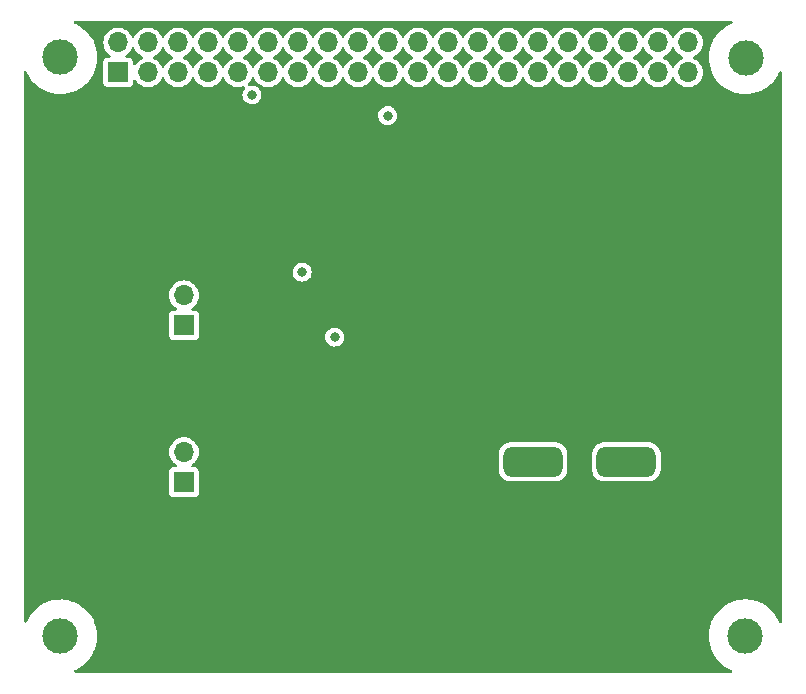
<source format=gbr>
%TF.GenerationSoftware,KiCad,Pcbnew,6.0.0*%
%TF.CreationDate,2022-01-12T19:36:27-05:00*%
%TF.ProjectId,raspi-hat,72617370-692d-4686-9174-2e6b69636164,rev?*%
%TF.SameCoordinates,Original*%
%TF.FileFunction,Copper,L4,Bot*%
%TF.FilePolarity,Positive*%
%FSLAX46Y46*%
G04 Gerber Fmt 4.6, Leading zero omitted, Abs format (unit mm)*
G04 Created by KiCad (PCBNEW 6.0.0) date 2022-01-12 19:36:27*
%MOMM*%
%LPD*%
G01*
G04 APERTURE LIST*
G04 Aperture macros list*
%AMRoundRect*
0 Rectangle with rounded corners*
0 $1 Rounding radius*
0 $2 $3 $4 $5 $6 $7 $8 $9 X,Y pos of 4 corners*
0 Add a 4 corners polygon primitive as box body*
4,1,4,$2,$3,$4,$5,$6,$7,$8,$9,$2,$3,0*
0 Add four circle primitives for the rounded corners*
1,1,$1+$1,$2,$3*
1,1,$1+$1,$4,$5*
1,1,$1+$1,$6,$7*
1,1,$1+$1,$8,$9*
0 Add four rect primitives between the rounded corners*
20,1,$1+$1,$2,$3,$4,$5,0*
20,1,$1+$1,$4,$5,$6,$7,0*
20,1,$1+$1,$6,$7,$8,$9,0*
20,1,$1+$1,$8,$9,$2,$3,0*%
G04 Aperture macros list end*
%TA.AperFunction,WasherPad*%
%ADD10C,3.000000*%
%TD*%
%TA.AperFunction,ComponentPad*%
%ADD11R,1.700000X1.700000*%
%TD*%
%TA.AperFunction,ComponentPad*%
%ADD12O,1.700000X1.700000*%
%TD*%
%TA.AperFunction,ComponentPad*%
%ADD13RoundRect,0.625000X1.875000X0.625000X-1.875000X0.625000X-1.875000X-0.625000X1.875000X-0.625000X0*%
%TD*%
%TA.AperFunction,ViaPad*%
%ADD14C,0.800000*%
%TD*%
G04 APERTURE END LIST*
D10*
X82040000Y-64310000D03*
X140040000Y-64330000D03*
X82040000Y-113320000D03*
X140030000Y-113310000D03*
D11*
X92500000Y-100275000D03*
D12*
X92500000Y-97735000D03*
D11*
X92500000Y-87000000D03*
D12*
X92500000Y-84460000D03*
D13*
X122050000Y-98545000D03*
X129950000Y-98545000D03*
D11*
X86920000Y-65590000D03*
D12*
X86920000Y-63050000D03*
X89460000Y-65590000D03*
X89460000Y-63050000D03*
X92000000Y-65590000D03*
X92000000Y-63050000D03*
X94540000Y-65590000D03*
X94540000Y-63050000D03*
X97080000Y-65590000D03*
X97080000Y-63050000D03*
X99620000Y-65590000D03*
X99620000Y-63050000D03*
X102160000Y-65590000D03*
X102160000Y-63050000D03*
X104700000Y-65590000D03*
X104700000Y-63050000D03*
X107240000Y-65590000D03*
X107240000Y-63050000D03*
X109780000Y-65590000D03*
X109780000Y-63050000D03*
X112320000Y-65590000D03*
X112320000Y-63050000D03*
X114860000Y-65590000D03*
X114860000Y-63050000D03*
X117400000Y-65590000D03*
X117400000Y-63050000D03*
X119940000Y-65590000D03*
X119940000Y-63050000D03*
X122480000Y-65590000D03*
X122480000Y-63050000D03*
X125020000Y-65590000D03*
X125020000Y-63050000D03*
X127560000Y-65590000D03*
X127560000Y-63050000D03*
X130100000Y-65590000D03*
X130100000Y-63050000D03*
X132640000Y-65590000D03*
X132640000Y-63050000D03*
X135180000Y-65590000D03*
X135180000Y-63050000D03*
D14*
X98250000Y-67500000D03*
X102500000Y-82500000D03*
X105250000Y-88000000D03*
X109750000Y-69250000D03*
%TA.AperFunction,NonConductor*%
G36*
X88258960Y-63478101D02*
G01*
X88304195Y-63530305D01*
X88346957Y-63622007D01*
X88372898Y-63677638D01*
X88498402Y-63856877D01*
X88653123Y-64011598D01*
X88657631Y-64014755D01*
X88657634Y-64014757D01*
X88823629Y-64130988D01*
X88832361Y-64137102D01*
X88837343Y-64139425D01*
X88837348Y-64139428D01*
X88979695Y-64205805D01*
X89032980Y-64252722D01*
X89052441Y-64321000D01*
X89031899Y-64388960D01*
X88979695Y-64434195D01*
X88837343Y-64500575D01*
X88837340Y-64500577D01*
X88832362Y-64502898D01*
X88653123Y-64628402D01*
X88498402Y-64783123D01*
X88428837Y-64882473D01*
X88399712Y-64924068D01*
X88344255Y-64968396D01*
X88273636Y-64975705D01*
X88210275Y-64943674D01*
X88174290Y-64882473D01*
X88170499Y-64851797D01*
X88170499Y-64708482D01*
X88158434Y-64632299D01*
X88157198Y-64624494D01*
X88157197Y-64624492D01*
X88155646Y-64614696D01*
X88098050Y-64501658D01*
X88008342Y-64411950D01*
X87895304Y-64354354D01*
X87885515Y-64352804D01*
X87885513Y-64352803D01*
X87858151Y-64348470D01*
X87801519Y-64339500D01*
X87658206Y-64339500D01*
X87590085Y-64319498D01*
X87543592Y-64265842D01*
X87533488Y-64195568D01*
X87562982Y-64130988D01*
X87585935Y-64110287D01*
X87722366Y-64014757D01*
X87722369Y-64014755D01*
X87726877Y-64011598D01*
X87881598Y-63856877D01*
X88007102Y-63677638D01*
X88033044Y-63622007D01*
X88075805Y-63530305D01*
X88122723Y-63477020D01*
X88191000Y-63457559D01*
X88258960Y-63478101D01*
G37*
%TD.AperFunction*%
%TA.AperFunction,NonConductor*%
G36*
X131438960Y-63478101D02*
G01*
X131484195Y-63530305D01*
X131526957Y-63622007D01*
X131552898Y-63677638D01*
X131678402Y-63856877D01*
X131833123Y-64011598D01*
X131837631Y-64014755D01*
X131837634Y-64014757D01*
X132003629Y-64130988D01*
X132012361Y-64137102D01*
X132017343Y-64139425D01*
X132017348Y-64139428D01*
X132159695Y-64205805D01*
X132212980Y-64252722D01*
X132232441Y-64321000D01*
X132211899Y-64388960D01*
X132159695Y-64434195D01*
X132017343Y-64500575D01*
X132017340Y-64500577D01*
X132012362Y-64502898D01*
X131833123Y-64628402D01*
X131678402Y-64783123D01*
X131552898Y-64962362D01*
X131550577Y-64967340D01*
X131550575Y-64967343D01*
X131484195Y-65109695D01*
X131437277Y-65162980D01*
X131369000Y-65182441D01*
X131301040Y-65161899D01*
X131255805Y-65109695D01*
X131189425Y-64967343D01*
X131189423Y-64967340D01*
X131187102Y-64962362D01*
X131061598Y-64783123D01*
X130906877Y-64628402D01*
X130902369Y-64625245D01*
X130902366Y-64625243D01*
X130732148Y-64506055D01*
X130732145Y-64506053D01*
X130727639Y-64502898D01*
X130722657Y-64500575D01*
X130722652Y-64500572D01*
X130580305Y-64434195D01*
X130527020Y-64387278D01*
X130507559Y-64319000D01*
X130528101Y-64251040D01*
X130580305Y-64205805D01*
X130722652Y-64139428D01*
X130722657Y-64139425D01*
X130727639Y-64137102D01*
X130736371Y-64130988D01*
X130902366Y-64014757D01*
X130902369Y-64014755D01*
X130906877Y-64011598D01*
X131061598Y-63856877D01*
X131187102Y-63677638D01*
X131213044Y-63622007D01*
X131255805Y-63530305D01*
X131302723Y-63477020D01*
X131371000Y-63457559D01*
X131438960Y-63478101D01*
G37*
%TD.AperFunction*%
%TA.AperFunction,NonConductor*%
G36*
X128898960Y-63478101D02*
G01*
X128944195Y-63530305D01*
X128986957Y-63622007D01*
X129012898Y-63677638D01*
X129138402Y-63856877D01*
X129293123Y-64011598D01*
X129297631Y-64014755D01*
X129297634Y-64014757D01*
X129463629Y-64130988D01*
X129472361Y-64137102D01*
X129477343Y-64139425D01*
X129477348Y-64139428D01*
X129619695Y-64205805D01*
X129672980Y-64252722D01*
X129692441Y-64321000D01*
X129671899Y-64388960D01*
X129619695Y-64434195D01*
X129477343Y-64500575D01*
X129477340Y-64500577D01*
X129472362Y-64502898D01*
X129293123Y-64628402D01*
X129138402Y-64783123D01*
X129012898Y-64962362D01*
X129010577Y-64967340D01*
X129010575Y-64967343D01*
X128944195Y-65109695D01*
X128897277Y-65162980D01*
X128829000Y-65182441D01*
X128761040Y-65161899D01*
X128715805Y-65109695D01*
X128649425Y-64967343D01*
X128649423Y-64967340D01*
X128647102Y-64962362D01*
X128521598Y-64783123D01*
X128366877Y-64628402D01*
X128362369Y-64625245D01*
X128362366Y-64625243D01*
X128192148Y-64506055D01*
X128192145Y-64506053D01*
X128187639Y-64502898D01*
X128182657Y-64500575D01*
X128182652Y-64500572D01*
X128040305Y-64434195D01*
X127987020Y-64387278D01*
X127967559Y-64319000D01*
X127988101Y-64251040D01*
X128040305Y-64205805D01*
X128182652Y-64139428D01*
X128182657Y-64139425D01*
X128187639Y-64137102D01*
X128196371Y-64130988D01*
X128362366Y-64014757D01*
X128362369Y-64014755D01*
X128366877Y-64011598D01*
X128521598Y-63856877D01*
X128647102Y-63677638D01*
X128673044Y-63622007D01*
X128715805Y-63530305D01*
X128762723Y-63477020D01*
X128831000Y-63457559D01*
X128898960Y-63478101D01*
G37*
%TD.AperFunction*%
%TA.AperFunction,NonConductor*%
G36*
X121278960Y-63478101D02*
G01*
X121324195Y-63530305D01*
X121366957Y-63622007D01*
X121392898Y-63677638D01*
X121518402Y-63856877D01*
X121673123Y-64011598D01*
X121677631Y-64014755D01*
X121677634Y-64014757D01*
X121843629Y-64130988D01*
X121852361Y-64137102D01*
X121857343Y-64139425D01*
X121857348Y-64139428D01*
X121999695Y-64205805D01*
X122052980Y-64252722D01*
X122072441Y-64321000D01*
X122051899Y-64388960D01*
X121999695Y-64434195D01*
X121857343Y-64500575D01*
X121857340Y-64500577D01*
X121852362Y-64502898D01*
X121673123Y-64628402D01*
X121518402Y-64783123D01*
X121392898Y-64962362D01*
X121390577Y-64967340D01*
X121390575Y-64967343D01*
X121324195Y-65109695D01*
X121277277Y-65162980D01*
X121209000Y-65182441D01*
X121141040Y-65161899D01*
X121095805Y-65109695D01*
X121029425Y-64967343D01*
X121029423Y-64967340D01*
X121027102Y-64962362D01*
X120901598Y-64783123D01*
X120746877Y-64628402D01*
X120742369Y-64625245D01*
X120742366Y-64625243D01*
X120572148Y-64506055D01*
X120572145Y-64506053D01*
X120567639Y-64502898D01*
X120562657Y-64500575D01*
X120562652Y-64500572D01*
X120420305Y-64434195D01*
X120367020Y-64387278D01*
X120347559Y-64319000D01*
X120368101Y-64251040D01*
X120420305Y-64205805D01*
X120562652Y-64139428D01*
X120562657Y-64139425D01*
X120567639Y-64137102D01*
X120576371Y-64130988D01*
X120742366Y-64014757D01*
X120742369Y-64014755D01*
X120746877Y-64011598D01*
X120901598Y-63856877D01*
X121027102Y-63677638D01*
X121053044Y-63622007D01*
X121095805Y-63530305D01*
X121142723Y-63477020D01*
X121211000Y-63457559D01*
X121278960Y-63478101D01*
G37*
%TD.AperFunction*%
%TA.AperFunction,NonConductor*%
G36*
X106038960Y-63478101D02*
G01*
X106084195Y-63530305D01*
X106126957Y-63622007D01*
X106152898Y-63677638D01*
X106278402Y-63856877D01*
X106433123Y-64011598D01*
X106437631Y-64014755D01*
X106437634Y-64014757D01*
X106603629Y-64130988D01*
X106612361Y-64137102D01*
X106617343Y-64139425D01*
X106617348Y-64139428D01*
X106759695Y-64205805D01*
X106812980Y-64252722D01*
X106832441Y-64321000D01*
X106811899Y-64388960D01*
X106759695Y-64434195D01*
X106617343Y-64500575D01*
X106617340Y-64500577D01*
X106612362Y-64502898D01*
X106433123Y-64628402D01*
X106278402Y-64783123D01*
X106152898Y-64962362D01*
X106150577Y-64967340D01*
X106150575Y-64967343D01*
X106084195Y-65109695D01*
X106037277Y-65162980D01*
X105969000Y-65182441D01*
X105901040Y-65161899D01*
X105855805Y-65109695D01*
X105789425Y-64967343D01*
X105789423Y-64967340D01*
X105787102Y-64962362D01*
X105661598Y-64783123D01*
X105506877Y-64628402D01*
X105502369Y-64625245D01*
X105502366Y-64625243D01*
X105332148Y-64506055D01*
X105332145Y-64506053D01*
X105327639Y-64502898D01*
X105322657Y-64500575D01*
X105322652Y-64500572D01*
X105180305Y-64434195D01*
X105127020Y-64387278D01*
X105107559Y-64319000D01*
X105128101Y-64251040D01*
X105180305Y-64205805D01*
X105322652Y-64139428D01*
X105322657Y-64139425D01*
X105327639Y-64137102D01*
X105336371Y-64130988D01*
X105502366Y-64014757D01*
X105502369Y-64014755D01*
X105506877Y-64011598D01*
X105661598Y-63856877D01*
X105787102Y-63677638D01*
X105813044Y-63622007D01*
X105855805Y-63530305D01*
X105902723Y-63477020D01*
X105971000Y-63457559D01*
X106038960Y-63478101D01*
G37*
%TD.AperFunction*%
%TA.AperFunction,NonConductor*%
G36*
X123818960Y-63478101D02*
G01*
X123864195Y-63530305D01*
X123906957Y-63622007D01*
X123932898Y-63677638D01*
X124058402Y-63856877D01*
X124213123Y-64011598D01*
X124217631Y-64014755D01*
X124217634Y-64014757D01*
X124383629Y-64130988D01*
X124392361Y-64137102D01*
X124397343Y-64139425D01*
X124397348Y-64139428D01*
X124539695Y-64205805D01*
X124592980Y-64252722D01*
X124612441Y-64321000D01*
X124591899Y-64388960D01*
X124539695Y-64434195D01*
X124397343Y-64500575D01*
X124397340Y-64500577D01*
X124392362Y-64502898D01*
X124213123Y-64628402D01*
X124058402Y-64783123D01*
X123932898Y-64962362D01*
X123930577Y-64967340D01*
X123930575Y-64967343D01*
X123864195Y-65109695D01*
X123817277Y-65162980D01*
X123749000Y-65182441D01*
X123681040Y-65161899D01*
X123635805Y-65109695D01*
X123569425Y-64967343D01*
X123569423Y-64967340D01*
X123567102Y-64962362D01*
X123441598Y-64783123D01*
X123286877Y-64628402D01*
X123282369Y-64625245D01*
X123282366Y-64625243D01*
X123112148Y-64506055D01*
X123112145Y-64506053D01*
X123107639Y-64502898D01*
X123102657Y-64500575D01*
X123102652Y-64500572D01*
X122960305Y-64434195D01*
X122907020Y-64387278D01*
X122887559Y-64319000D01*
X122908101Y-64251040D01*
X122960305Y-64205805D01*
X123102652Y-64139428D01*
X123102657Y-64139425D01*
X123107639Y-64137102D01*
X123116371Y-64130988D01*
X123282366Y-64014757D01*
X123282369Y-64014755D01*
X123286877Y-64011598D01*
X123441598Y-63856877D01*
X123567102Y-63677638D01*
X123593044Y-63622007D01*
X123635805Y-63530305D01*
X123682723Y-63477020D01*
X123751000Y-63457559D01*
X123818960Y-63478101D01*
G37*
%TD.AperFunction*%
%TA.AperFunction,NonConductor*%
G36*
X108578960Y-63478101D02*
G01*
X108624195Y-63530305D01*
X108666957Y-63622007D01*
X108692898Y-63677638D01*
X108818402Y-63856877D01*
X108973123Y-64011598D01*
X108977631Y-64014755D01*
X108977634Y-64014757D01*
X109143629Y-64130988D01*
X109152361Y-64137102D01*
X109157343Y-64139425D01*
X109157348Y-64139428D01*
X109299695Y-64205805D01*
X109352980Y-64252722D01*
X109372441Y-64321000D01*
X109351899Y-64388960D01*
X109299695Y-64434195D01*
X109157343Y-64500575D01*
X109157340Y-64500577D01*
X109152362Y-64502898D01*
X108973123Y-64628402D01*
X108818402Y-64783123D01*
X108692898Y-64962362D01*
X108690577Y-64967340D01*
X108690575Y-64967343D01*
X108624195Y-65109695D01*
X108577277Y-65162980D01*
X108509000Y-65182441D01*
X108441040Y-65161899D01*
X108395805Y-65109695D01*
X108329425Y-64967343D01*
X108329423Y-64967340D01*
X108327102Y-64962362D01*
X108201598Y-64783123D01*
X108046877Y-64628402D01*
X108042369Y-64625245D01*
X108042366Y-64625243D01*
X107872148Y-64506055D01*
X107872145Y-64506053D01*
X107867639Y-64502898D01*
X107862657Y-64500575D01*
X107862652Y-64500572D01*
X107720305Y-64434195D01*
X107667020Y-64387278D01*
X107647559Y-64319000D01*
X107668101Y-64251040D01*
X107720305Y-64205805D01*
X107862652Y-64139428D01*
X107862657Y-64139425D01*
X107867639Y-64137102D01*
X107876371Y-64130988D01*
X108042366Y-64014757D01*
X108042369Y-64014755D01*
X108046877Y-64011598D01*
X108201598Y-63856877D01*
X108327102Y-63677638D01*
X108353044Y-63622007D01*
X108395805Y-63530305D01*
X108442723Y-63477020D01*
X108511000Y-63457559D01*
X108578960Y-63478101D01*
G37*
%TD.AperFunction*%
%TA.AperFunction,NonConductor*%
G36*
X95878960Y-63478101D02*
G01*
X95924195Y-63530305D01*
X95966957Y-63622007D01*
X95992898Y-63677638D01*
X96118402Y-63856877D01*
X96273123Y-64011598D01*
X96277631Y-64014755D01*
X96277634Y-64014757D01*
X96443629Y-64130988D01*
X96452361Y-64137102D01*
X96457343Y-64139425D01*
X96457348Y-64139428D01*
X96599695Y-64205805D01*
X96652980Y-64252722D01*
X96672441Y-64321000D01*
X96651899Y-64388960D01*
X96599695Y-64434195D01*
X96457343Y-64500575D01*
X96457340Y-64500577D01*
X96452362Y-64502898D01*
X96273123Y-64628402D01*
X96118402Y-64783123D01*
X95992898Y-64962362D01*
X95990577Y-64967340D01*
X95990575Y-64967343D01*
X95924195Y-65109695D01*
X95877277Y-65162980D01*
X95809000Y-65182441D01*
X95741040Y-65161899D01*
X95695805Y-65109695D01*
X95629425Y-64967343D01*
X95629423Y-64967340D01*
X95627102Y-64962362D01*
X95501598Y-64783123D01*
X95346877Y-64628402D01*
X95342369Y-64625245D01*
X95342366Y-64625243D01*
X95172148Y-64506055D01*
X95172145Y-64506053D01*
X95167639Y-64502898D01*
X95162657Y-64500575D01*
X95162652Y-64500572D01*
X95020305Y-64434195D01*
X94967020Y-64387278D01*
X94947559Y-64319000D01*
X94968101Y-64251040D01*
X95020305Y-64205805D01*
X95162652Y-64139428D01*
X95162657Y-64139425D01*
X95167639Y-64137102D01*
X95176371Y-64130988D01*
X95342366Y-64014757D01*
X95342369Y-64014755D01*
X95346877Y-64011598D01*
X95501598Y-63856877D01*
X95627102Y-63677638D01*
X95653044Y-63622007D01*
X95695805Y-63530305D01*
X95742723Y-63477020D01*
X95811000Y-63457559D01*
X95878960Y-63478101D01*
G37*
%TD.AperFunction*%
%TA.AperFunction,NonConductor*%
G36*
X90798960Y-63478101D02*
G01*
X90844195Y-63530305D01*
X90886957Y-63622007D01*
X90912898Y-63677638D01*
X91038402Y-63856877D01*
X91193123Y-64011598D01*
X91197631Y-64014755D01*
X91197634Y-64014757D01*
X91363629Y-64130988D01*
X91372361Y-64137102D01*
X91377343Y-64139425D01*
X91377348Y-64139428D01*
X91519695Y-64205805D01*
X91572980Y-64252722D01*
X91592441Y-64321000D01*
X91571899Y-64388960D01*
X91519695Y-64434195D01*
X91377343Y-64500575D01*
X91377340Y-64500577D01*
X91372362Y-64502898D01*
X91193123Y-64628402D01*
X91038402Y-64783123D01*
X90912898Y-64962362D01*
X90910577Y-64967340D01*
X90910575Y-64967343D01*
X90844195Y-65109695D01*
X90797277Y-65162980D01*
X90729000Y-65182441D01*
X90661040Y-65161899D01*
X90615805Y-65109695D01*
X90549425Y-64967343D01*
X90549423Y-64967340D01*
X90547102Y-64962362D01*
X90421598Y-64783123D01*
X90266877Y-64628402D01*
X90262369Y-64625245D01*
X90262366Y-64625243D01*
X90092148Y-64506055D01*
X90092145Y-64506053D01*
X90087639Y-64502898D01*
X90082657Y-64500575D01*
X90082652Y-64500572D01*
X89940305Y-64434195D01*
X89887020Y-64387278D01*
X89867559Y-64319000D01*
X89888101Y-64251040D01*
X89940305Y-64205805D01*
X90082652Y-64139428D01*
X90082657Y-64139425D01*
X90087639Y-64137102D01*
X90096371Y-64130988D01*
X90262366Y-64014757D01*
X90262369Y-64014755D01*
X90266877Y-64011598D01*
X90421598Y-63856877D01*
X90547102Y-63677638D01*
X90573044Y-63622007D01*
X90615805Y-63530305D01*
X90662723Y-63477020D01*
X90731000Y-63457559D01*
X90798960Y-63478101D01*
G37*
%TD.AperFunction*%
%TA.AperFunction,NonConductor*%
G36*
X98418960Y-63478101D02*
G01*
X98464195Y-63530305D01*
X98506957Y-63622007D01*
X98532898Y-63677638D01*
X98658402Y-63856877D01*
X98813123Y-64011598D01*
X98817631Y-64014755D01*
X98817634Y-64014757D01*
X98983629Y-64130988D01*
X98992361Y-64137102D01*
X98997343Y-64139425D01*
X98997348Y-64139428D01*
X99139695Y-64205805D01*
X99192980Y-64252722D01*
X99212441Y-64321000D01*
X99191899Y-64388960D01*
X99139695Y-64434195D01*
X98997343Y-64500575D01*
X98997340Y-64500577D01*
X98992362Y-64502898D01*
X98813123Y-64628402D01*
X98658402Y-64783123D01*
X98532898Y-64962362D01*
X98530577Y-64967340D01*
X98530575Y-64967343D01*
X98464195Y-65109695D01*
X98417277Y-65162980D01*
X98349000Y-65182441D01*
X98281040Y-65161899D01*
X98235805Y-65109695D01*
X98169425Y-64967343D01*
X98169423Y-64967340D01*
X98167102Y-64962362D01*
X98041598Y-64783123D01*
X97886877Y-64628402D01*
X97882369Y-64625245D01*
X97882366Y-64625243D01*
X97712148Y-64506055D01*
X97712145Y-64506053D01*
X97707639Y-64502898D01*
X97702657Y-64500575D01*
X97702652Y-64500572D01*
X97560305Y-64434195D01*
X97507020Y-64387278D01*
X97487559Y-64319000D01*
X97508101Y-64251040D01*
X97560305Y-64205805D01*
X97702652Y-64139428D01*
X97702657Y-64139425D01*
X97707639Y-64137102D01*
X97716371Y-64130988D01*
X97882366Y-64014757D01*
X97882369Y-64014755D01*
X97886877Y-64011598D01*
X98041598Y-63856877D01*
X98167102Y-63677638D01*
X98193044Y-63622007D01*
X98235805Y-63530305D01*
X98282723Y-63477020D01*
X98351000Y-63457559D01*
X98418960Y-63478101D01*
G37*
%TD.AperFunction*%
%TA.AperFunction,NonConductor*%
G36*
X111118960Y-63478101D02*
G01*
X111164195Y-63530305D01*
X111206957Y-63622007D01*
X111232898Y-63677638D01*
X111358402Y-63856877D01*
X111513123Y-64011598D01*
X111517631Y-64014755D01*
X111517634Y-64014757D01*
X111683629Y-64130988D01*
X111692361Y-64137102D01*
X111697343Y-64139425D01*
X111697348Y-64139428D01*
X111839695Y-64205805D01*
X111892980Y-64252722D01*
X111912441Y-64321000D01*
X111891899Y-64388960D01*
X111839695Y-64434195D01*
X111697343Y-64500575D01*
X111697340Y-64500577D01*
X111692362Y-64502898D01*
X111513123Y-64628402D01*
X111358402Y-64783123D01*
X111232898Y-64962362D01*
X111230577Y-64967340D01*
X111230575Y-64967343D01*
X111164195Y-65109695D01*
X111117277Y-65162980D01*
X111049000Y-65182441D01*
X110981040Y-65161899D01*
X110935805Y-65109695D01*
X110869425Y-64967343D01*
X110869423Y-64967340D01*
X110867102Y-64962362D01*
X110741598Y-64783123D01*
X110586877Y-64628402D01*
X110582369Y-64625245D01*
X110582366Y-64625243D01*
X110412148Y-64506055D01*
X110412145Y-64506053D01*
X110407639Y-64502898D01*
X110402657Y-64500575D01*
X110402652Y-64500572D01*
X110260305Y-64434195D01*
X110207020Y-64387278D01*
X110187559Y-64319000D01*
X110208101Y-64251040D01*
X110260305Y-64205805D01*
X110402652Y-64139428D01*
X110402657Y-64139425D01*
X110407639Y-64137102D01*
X110416371Y-64130988D01*
X110582366Y-64014757D01*
X110582369Y-64014755D01*
X110586877Y-64011598D01*
X110741598Y-63856877D01*
X110867102Y-63677638D01*
X110893044Y-63622007D01*
X110935805Y-63530305D01*
X110982723Y-63477020D01*
X111051000Y-63457559D01*
X111118960Y-63478101D01*
G37*
%TD.AperFunction*%
%TA.AperFunction,NonConductor*%
G36*
X133978960Y-63478101D02*
G01*
X134024195Y-63530305D01*
X134066957Y-63622007D01*
X134092898Y-63677638D01*
X134218402Y-63856877D01*
X134373123Y-64011598D01*
X134377631Y-64014755D01*
X134377634Y-64014757D01*
X134543629Y-64130988D01*
X134552361Y-64137102D01*
X134557343Y-64139425D01*
X134557348Y-64139428D01*
X134699695Y-64205805D01*
X134752980Y-64252722D01*
X134772441Y-64321000D01*
X134751899Y-64388960D01*
X134699695Y-64434195D01*
X134557343Y-64500575D01*
X134557340Y-64500577D01*
X134552362Y-64502898D01*
X134373123Y-64628402D01*
X134218402Y-64783123D01*
X134092898Y-64962362D01*
X134090577Y-64967340D01*
X134090575Y-64967343D01*
X134024195Y-65109695D01*
X133977277Y-65162980D01*
X133909000Y-65182441D01*
X133841040Y-65161899D01*
X133795805Y-65109695D01*
X133729425Y-64967343D01*
X133729423Y-64967340D01*
X133727102Y-64962362D01*
X133601598Y-64783123D01*
X133446877Y-64628402D01*
X133442369Y-64625245D01*
X133442366Y-64625243D01*
X133272148Y-64506055D01*
X133272145Y-64506053D01*
X133267639Y-64502898D01*
X133262657Y-64500575D01*
X133262652Y-64500572D01*
X133120305Y-64434195D01*
X133067020Y-64387278D01*
X133047559Y-64319000D01*
X133068101Y-64251040D01*
X133120305Y-64205805D01*
X133262652Y-64139428D01*
X133262657Y-64139425D01*
X133267639Y-64137102D01*
X133276371Y-64130988D01*
X133442366Y-64014757D01*
X133442369Y-64014755D01*
X133446877Y-64011598D01*
X133601598Y-63856877D01*
X133727102Y-63677638D01*
X133753044Y-63622007D01*
X133795805Y-63530305D01*
X133842723Y-63477020D01*
X133911000Y-63457559D01*
X133978960Y-63478101D01*
G37*
%TD.AperFunction*%
%TA.AperFunction,NonConductor*%
G36*
X116198960Y-63478101D02*
G01*
X116244195Y-63530305D01*
X116286957Y-63622007D01*
X116312898Y-63677638D01*
X116438402Y-63856877D01*
X116593123Y-64011598D01*
X116597631Y-64014755D01*
X116597634Y-64014757D01*
X116763629Y-64130988D01*
X116772361Y-64137102D01*
X116777343Y-64139425D01*
X116777348Y-64139428D01*
X116919695Y-64205805D01*
X116972980Y-64252722D01*
X116992441Y-64321000D01*
X116971899Y-64388960D01*
X116919695Y-64434195D01*
X116777343Y-64500575D01*
X116777340Y-64500577D01*
X116772362Y-64502898D01*
X116593123Y-64628402D01*
X116438402Y-64783123D01*
X116312898Y-64962362D01*
X116310577Y-64967340D01*
X116310575Y-64967343D01*
X116244195Y-65109695D01*
X116197277Y-65162980D01*
X116129000Y-65182441D01*
X116061040Y-65161899D01*
X116015805Y-65109695D01*
X115949425Y-64967343D01*
X115949423Y-64967340D01*
X115947102Y-64962362D01*
X115821598Y-64783123D01*
X115666877Y-64628402D01*
X115662369Y-64625245D01*
X115662366Y-64625243D01*
X115492148Y-64506055D01*
X115492145Y-64506053D01*
X115487639Y-64502898D01*
X115482657Y-64500575D01*
X115482652Y-64500572D01*
X115340305Y-64434195D01*
X115287020Y-64387278D01*
X115267559Y-64319000D01*
X115288101Y-64251040D01*
X115340305Y-64205805D01*
X115482652Y-64139428D01*
X115482657Y-64139425D01*
X115487639Y-64137102D01*
X115496371Y-64130988D01*
X115662366Y-64014757D01*
X115662369Y-64014755D01*
X115666877Y-64011598D01*
X115821598Y-63856877D01*
X115947102Y-63677638D01*
X115973044Y-63622007D01*
X116015805Y-63530305D01*
X116062723Y-63477020D01*
X116131000Y-63457559D01*
X116198960Y-63478101D01*
G37*
%TD.AperFunction*%
%TA.AperFunction,NonConductor*%
G36*
X100958960Y-63478101D02*
G01*
X101004195Y-63530305D01*
X101046957Y-63622007D01*
X101072898Y-63677638D01*
X101198402Y-63856877D01*
X101353123Y-64011598D01*
X101357631Y-64014755D01*
X101357634Y-64014757D01*
X101523629Y-64130988D01*
X101532361Y-64137102D01*
X101537343Y-64139425D01*
X101537348Y-64139428D01*
X101679695Y-64205805D01*
X101732980Y-64252722D01*
X101752441Y-64321000D01*
X101731899Y-64388960D01*
X101679695Y-64434195D01*
X101537343Y-64500575D01*
X101537340Y-64500577D01*
X101532362Y-64502898D01*
X101353123Y-64628402D01*
X101198402Y-64783123D01*
X101072898Y-64962362D01*
X101070577Y-64967340D01*
X101070575Y-64967343D01*
X101004195Y-65109695D01*
X100957277Y-65162980D01*
X100889000Y-65182441D01*
X100821040Y-65161899D01*
X100775805Y-65109695D01*
X100709425Y-64967343D01*
X100709423Y-64967340D01*
X100707102Y-64962362D01*
X100581598Y-64783123D01*
X100426877Y-64628402D01*
X100422369Y-64625245D01*
X100422366Y-64625243D01*
X100252148Y-64506055D01*
X100252145Y-64506053D01*
X100247639Y-64502898D01*
X100242657Y-64500575D01*
X100242652Y-64500572D01*
X100100305Y-64434195D01*
X100047020Y-64387278D01*
X100027559Y-64319000D01*
X100048101Y-64251040D01*
X100100305Y-64205805D01*
X100242652Y-64139428D01*
X100242657Y-64139425D01*
X100247639Y-64137102D01*
X100256371Y-64130988D01*
X100422366Y-64014757D01*
X100422369Y-64014755D01*
X100426877Y-64011598D01*
X100581598Y-63856877D01*
X100707102Y-63677638D01*
X100733044Y-63622007D01*
X100775805Y-63530305D01*
X100822723Y-63477020D01*
X100891000Y-63457559D01*
X100958960Y-63478101D01*
G37*
%TD.AperFunction*%
%TA.AperFunction,NonConductor*%
G36*
X118738960Y-63478101D02*
G01*
X118784195Y-63530305D01*
X118826957Y-63622007D01*
X118852898Y-63677638D01*
X118978402Y-63856877D01*
X119133123Y-64011598D01*
X119137631Y-64014755D01*
X119137634Y-64014757D01*
X119303629Y-64130988D01*
X119312361Y-64137102D01*
X119317343Y-64139425D01*
X119317348Y-64139428D01*
X119459695Y-64205805D01*
X119512980Y-64252722D01*
X119532441Y-64321000D01*
X119511899Y-64388960D01*
X119459695Y-64434195D01*
X119317343Y-64500575D01*
X119317340Y-64500577D01*
X119312362Y-64502898D01*
X119133123Y-64628402D01*
X118978402Y-64783123D01*
X118852898Y-64962362D01*
X118850577Y-64967340D01*
X118850575Y-64967343D01*
X118784195Y-65109695D01*
X118737277Y-65162980D01*
X118669000Y-65182441D01*
X118601040Y-65161899D01*
X118555805Y-65109695D01*
X118489425Y-64967343D01*
X118489423Y-64967340D01*
X118487102Y-64962362D01*
X118361598Y-64783123D01*
X118206877Y-64628402D01*
X118202369Y-64625245D01*
X118202366Y-64625243D01*
X118032148Y-64506055D01*
X118032145Y-64506053D01*
X118027639Y-64502898D01*
X118022657Y-64500575D01*
X118022652Y-64500572D01*
X117880305Y-64434195D01*
X117827020Y-64387278D01*
X117807559Y-64319000D01*
X117828101Y-64251040D01*
X117880305Y-64205805D01*
X118022652Y-64139428D01*
X118022657Y-64139425D01*
X118027639Y-64137102D01*
X118036371Y-64130988D01*
X118202366Y-64014757D01*
X118202369Y-64014755D01*
X118206877Y-64011598D01*
X118361598Y-63856877D01*
X118487102Y-63677638D01*
X118513044Y-63622007D01*
X118555805Y-63530305D01*
X118602723Y-63477020D01*
X118671000Y-63457559D01*
X118738960Y-63478101D01*
G37*
%TD.AperFunction*%
%TA.AperFunction,NonConductor*%
G36*
X93338960Y-63478101D02*
G01*
X93384195Y-63530305D01*
X93426957Y-63622007D01*
X93452898Y-63677638D01*
X93578402Y-63856877D01*
X93733123Y-64011598D01*
X93737631Y-64014755D01*
X93737634Y-64014757D01*
X93903629Y-64130988D01*
X93912361Y-64137102D01*
X93917343Y-64139425D01*
X93917348Y-64139428D01*
X94059695Y-64205805D01*
X94112980Y-64252722D01*
X94132441Y-64321000D01*
X94111899Y-64388960D01*
X94059695Y-64434195D01*
X93917343Y-64500575D01*
X93917340Y-64500577D01*
X93912362Y-64502898D01*
X93733123Y-64628402D01*
X93578402Y-64783123D01*
X93452898Y-64962362D01*
X93450577Y-64967340D01*
X93450575Y-64967343D01*
X93384195Y-65109695D01*
X93337277Y-65162980D01*
X93269000Y-65182441D01*
X93201040Y-65161899D01*
X93155805Y-65109695D01*
X93089425Y-64967343D01*
X93089423Y-64967340D01*
X93087102Y-64962362D01*
X92961598Y-64783123D01*
X92806877Y-64628402D01*
X92802369Y-64625245D01*
X92802366Y-64625243D01*
X92632148Y-64506055D01*
X92632145Y-64506053D01*
X92627639Y-64502898D01*
X92622657Y-64500575D01*
X92622652Y-64500572D01*
X92480305Y-64434195D01*
X92427020Y-64387278D01*
X92407559Y-64319000D01*
X92428101Y-64251040D01*
X92480305Y-64205805D01*
X92622652Y-64139428D01*
X92622657Y-64139425D01*
X92627639Y-64137102D01*
X92636371Y-64130988D01*
X92802366Y-64014757D01*
X92802369Y-64014755D01*
X92806877Y-64011598D01*
X92961598Y-63856877D01*
X93087102Y-63677638D01*
X93113044Y-63622007D01*
X93155805Y-63530305D01*
X93202723Y-63477020D01*
X93271000Y-63457559D01*
X93338960Y-63478101D01*
G37*
%TD.AperFunction*%
%TA.AperFunction,NonConductor*%
G36*
X113658960Y-63478101D02*
G01*
X113704195Y-63530305D01*
X113746957Y-63622007D01*
X113772898Y-63677638D01*
X113898402Y-63856877D01*
X114053123Y-64011598D01*
X114057631Y-64014755D01*
X114057634Y-64014757D01*
X114223629Y-64130988D01*
X114232361Y-64137102D01*
X114237343Y-64139425D01*
X114237348Y-64139428D01*
X114379695Y-64205805D01*
X114432980Y-64252722D01*
X114452441Y-64321000D01*
X114431899Y-64388960D01*
X114379695Y-64434195D01*
X114237343Y-64500575D01*
X114237340Y-64500577D01*
X114232362Y-64502898D01*
X114053123Y-64628402D01*
X113898402Y-64783123D01*
X113772898Y-64962362D01*
X113770577Y-64967340D01*
X113770575Y-64967343D01*
X113704195Y-65109695D01*
X113657277Y-65162980D01*
X113589000Y-65182441D01*
X113521040Y-65161899D01*
X113475805Y-65109695D01*
X113409425Y-64967343D01*
X113409423Y-64967340D01*
X113407102Y-64962362D01*
X113281598Y-64783123D01*
X113126877Y-64628402D01*
X113122369Y-64625245D01*
X113122366Y-64625243D01*
X112952148Y-64506055D01*
X112952145Y-64506053D01*
X112947639Y-64502898D01*
X112942657Y-64500575D01*
X112942652Y-64500572D01*
X112800305Y-64434195D01*
X112747020Y-64387278D01*
X112727559Y-64319000D01*
X112748101Y-64251040D01*
X112800305Y-64205805D01*
X112942652Y-64139428D01*
X112942657Y-64139425D01*
X112947639Y-64137102D01*
X112956371Y-64130988D01*
X113122366Y-64014757D01*
X113122369Y-64014755D01*
X113126877Y-64011598D01*
X113281598Y-63856877D01*
X113407102Y-63677638D01*
X113433044Y-63622007D01*
X113475805Y-63530305D01*
X113522723Y-63477020D01*
X113591000Y-63457559D01*
X113658960Y-63478101D01*
G37*
%TD.AperFunction*%
%TA.AperFunction,NonConductor*%
G36*
X103498960Y-63478101D02*
G01*
X103544195Y-63530305D01*
X103586957Y-63622007D01*
X103612898Y-63677638D01*
X103738402Y-63856877D01*
X103893123Y-64011598D01*
X103897631Y-64014755D01*
X103897634Y-64014757D01*
X104063629Y-64130988D01*
X104072361Y-64137102D01*
X104077343Y-64139425D01*
X104077348Y-64139428D01*
X104219695Y-64205805D01*
X104272980Y-64252722D01*
X104292441Y-64321000D01*
X104271899Y-64388960D01*
X104219695Y-64434195D01*
X104077343Y-64500575D01*
X104077340Y-64500577D01*
X104072362Y-64502898D01*
X103893123Y-64628402D01*
X103738402Y-64783123D01*
X103612898Y-64962362D01*
X103610577Y-64967340D01*
X103610575Y-64967343D01*
X103544195Y-65109695D01*
X103497277Y-65162980D01*
X103429000Y-65182441D01*
X103361040Y-65161899D01*
X103315805Y-65109695D01*
X103249425Y-64967343D01*
X103249423Y-64967340D01*
X103247102Y-64962362D01*
X103121598Y-64783123D01*
X102966877Y-64628402D01*
X102962369Y-64625245D01*
X102962366Y-64625243D01*
X102792148Y-64506055D01*
X102792145Y-64506053D01*
X102787639Y-64502898D01*
X102782657Y-64500575D01*
X102782652Y-64500572D01*
X102640305Y-64434195D01*
X102587020Y-64387278D01*
X102567559Y-64319000D01*
X102588101Y-64251040D01*
X102640305Y-64205805D01*
X102782652Y-64139428D01*
X102782657Y-64139425D01*
X102787639Y-64137102D01*
X102796371Y-64130988D01*
X102962366Y-64014757D01*
X102962369Y-64014755D01*
X102966877Y-64011598D01*
X103121598Y-63856877D01*
X103247102Y-63677638D01*
X103273044Y-63622007D01*
X103315805Y-63530305D01*
X103362723Y-63477020D01*
X103431000Y-63457559D01*
X103498960Y-63478101D01*
G37*
%TD.AperFunction*%
%TA.AperFunction,NonConductor*%
G36*
X126358960Y-63478101D02*
G01*
X126404195Y-63530305D01*
X126446957Y-63622007D01*
X126472898Y-63677638D01*
X126598402Y-63856877D01*
X126753123Y-64011598D01*
X126757631Y-64014755D01*
X126757634Y-64014757D01*
X126923629Y-64130988D01*
X126932361Y-64137102D01*
X126937343Y-64139425D01*
X126937348Y-64139428D01*
X127079695Y-64205805D01*
X127132980Y-64252722D01*
X127152441Y-64321000D01*
X127131899Y-64388960D01*
X127079695Y-64434195D01*
X126937343Y-64500575D01*
X126937340Y-64500577D01*
X126932362Y-64502898D01*
X126753123Y-64628402D01*
X126598402Y-64783123D01*
X126472898Y-64962362D01*
X126470577Y-64967340D01*
X126470575Y-64967343D01*
X126404195Y-65109695D01*
X126357277Y-65162980D01*
X126289000Y-65182441D01*
X126221040Y-65161899D01*
X126175805Y-65109695D01*
X126109425Y-64967343D01*
X126109423Y-64967340D01*
X126107102Y-64962362D01*
X125981598Y-64783123D01*
X125826877Y-64628402D01*
X125822369Y-64625245D01*
X125822366Y-64625243D01*
X125652148Y-64506055D01*
X125652145Y-64506053D01*
X125647639Y-64502898D01*
X125642657Y-64500575D01*
X125642652Y-64500572D01*
X125500305Y-64434195D01*
X125447020Y-64387278D01*
X125427559Y-64319000D01*
X125448101Y-64251040D01*
X125500305Y-64205805D01*
X125642652Y-64139428D01*
X125642657Y-64139425D01*
X125647639Y-64137102D01*
X125656371Y-64130988D01*
X125822366Y-64014757D01*
X125822369Y-64014755D01*
X125826877Y-64011598D01*
X125981598Y-63856877D01*
X126107102Y-63677638D01*
X126133044Y-63622007D01*
X126175805Y-63530305D01*
X126222723Y-63477020D01*
X126291000Y-63457559D01*
X126358960Y-63478101D01*
G37*
%TD.AperFunction*%
%TA.AperFunction,NonConductor*%
G36*
X138886544Y-61237613D02*
G01*
X138933037Y-61291269D01*
X138943141Y-61361543D01*
X138913647Y-61426123D01*
X138865623Y-61460436D01*
X138721055Y-61518845D01*
X138721051Y-61518847D01*
X138717791Y-61520164D01*
X138714704Y-61521833D01*
X138714700Y-61521835D01*
X138608912Y-61579034D01*
X138412822Y-61685060D01*
X138128134Y-61882923D01*
X138125492Y-61885236D01*
X138125488Y-61885239D01*
X138039436Y-61960572D01*
X137867276Y-62111287D01*
X137633499Y-62367306D01*
X137429717Y-62647787D01*
X137427975Y-62650853D01*
X137427974Y-62650855D01*
X137408920Y-62684397D01*
X137258470Y-62949237D01*
X137190152Y-63108635D01*
X137124207Y-63262498D01*
X137121893Y-63267896D01*
X137021687Y-63599793D01*
X137008314Y-63672657D01*
X136962773Y-63920792D01*
X136959102Y-63940792D01*
X136934918Y-64286642D01*
X136949436Y-64633032D01*
X136949974Y-64636505D01*
X137001353Y-64968396D01*
X137002475Y-64975646D01*
X137093375Y-65310212D01*
X137221001Y-65632560D01*
X137222647Y-65635656D01*
X137222649Y-65635660D01*
X137274142Y-65732503D01*
X137383765Y-65938673D01*
X137385750Y-65941572D01*
X137577645Y-66221829D01*
X137577650Y-66221835D01*
X137579636Y-66224736D01*
X137806173Y-66487182D01*
X137808743Y-66489562D01*
X137808747Y-66489566D01*
X137883548Y-66558832D01*
X138060553Y-66722740D01*
X138063375Y-66724821D01*
X138063378Y-66724823D01*
X138126151Y-66771103D01*
X138339605Y-66928475D01*
X138342642Y-66930229D01*
X138342646Y-66930231D01*
X138447657Y-66990859D01*
X138639852Y-67101823D01*
X138957550Y-67240621D01*
X138960906Y-67241660D01*
X138960909Y-67241661D01*
X139218916Y-67321528D01*
X139288739Y-67343142D01*
X139292191Y-67343800D01*
X139292197Y-67343802D01*
X139625842Y-67407448D01*
X139625847Y-67407449D01*
X139629293Y-67408106D01*
X139857780Y-67425687D01*
X139971469Y-67434435D01*
X139971470Y-67434435D01*
X139974966Y-67434704D01*
X140204159Y-67426700D01*
X140317933Y-67422727D01*
X140317937Y-67422727D01*
X140321449Y-67422604D01*
X140324928Y-67422090D01*
X140324931Y-67422090D01*
X140660932Y-67372474D01*
X140660938Y-67372473D01*
X140664424Y-67371958D01*
X140667828Y-67371059D01*
X140667831Y-67371058D01*
X140996226Y-67284293D01*
X140996227Y-67284293D01*
X140999617Y-67283397D01*
X141322848Y-67158023D01*
X141630090Y-66997401D01*
X141815719Y-66872193D01*
X141914597Y-66805499D01*
X141914599Y-66805498D01*
X141917513Y-66803532D01*
X141949907Y-66775963D01*
X142178861Y-66581107D01*
X142178862Y-66581106D01*
X142181534Y-66578832D01*
X142356639Y-66392365D01*
X142416452Y-66328671D01*
X142416456Y-66328666D01*
X142418863Y-66326103D01*
X142420968Y-66323289D01*
X142420974Y-66323282D01*
X142624432Y-66051313D01*
X142626541Y-66048494D01*
X142640729Y-66024312D01*
X142767651Y-65807977D01*
X142801980Y-65749465D01*
X142812317Y-65726249D01*
X142905249Y-65517520D01*
X142951229Y-65463424D01*
X143019157Y-65442775D01*
X143087465Y-65462127D01*
X143134466Y-65515338D01*
X143146356Y-65568769D01*
X143146356Y-112098094D01*
X143126354Y-112166215D01*
X143072698Y-112212708D01*
X143002424Y-112222812D01*
X142937844Y-112193318D01*
X142903863Y-112146109D01*
X142831875Y-111971452D01*
X142831871Y-111971444D01*
X142830537Y-111968207D01*
X142663516Y-111664397D01*
X142463670Y-111381097D01*
X142233490Y-111121839D01*
X141975846Y-110889856D01*
X141693948Y-110688037D01*
X141690885Y-110686325D01*
X141690880Y-110686322D01*
X141412281Y-110530618D01*
X141391311Y-110518898D01*
X141388066Y-110517534D01*
X141388062Y-110517532D01*
X141211347Y-110443248D01*
X141071706Y-110384549D01*
X141068343Y-110383559D01*
X141068334Y-110383556D01*
X140863222Y-110323189D01*
X140739117Y-110286663D01*
X140430181Y-110232189D01*
X140401150Y-110227070D01*
X140401148Y-110227070D01*
X140397690Y-110226460D01*
X140394181Y-110226239D01*
X140394179Y-110226239D01*
X140055198Y-110204912D01*
X140055192Y-110204912D01*
X140051680Y-110204691D01*
X139953499Y-110209493D01*
X139708906Y-110221455D01*
X139708897Y-110221456D01*
X139705399Y-110221627D01*
X139701931Y-110222189D01*
X139701928Y-110222189D01*
X139366639Y-110276494D01*
X139366636Y-110276495D01*
X139363164Y-110277057D01*
X139359777Y-110278003D01*
X139359771Y-110278004D01*
X139083857Y-110355041D01*
X139029241Y-110370290D01*
X138868516Y-110435227D01*
X138711055Y-110498845D01*
X138711051Y-110498847D01*
X138707791Y-110500164D01*
X138704704Y-110501833D01*
X138704700Y-110501835D01*
X138651467Y-110530618D01*
X138402822Y-110665060D01*
X138118134Y-110862923D01*
X138115492Y-110865236D01*
X138115488Y-110865239D01*
X138073253Y-110902213D01*
X137857276Y-111091287D01*
X137623499Y-111347306D01*
X137419717Y-111627787D01*
X137417975Y-111630853D01*
X137417974Y-111630855D01*
X137414036Y-111637787D01*
X137248470Y-111929237D01*
X137226091Y-111981452D01*
X137126975Y-112212708D01*
X137111893Y-112247896D01*
X137011687Y-112579793D01*
X136949102Y-112920792D01*
X136924918Y-113266642D01*
X136939436Y-113613032D01*
X136992475Y-113955646D01*
X137083375Y-114290212D01*
X137211001Y-114612560D01*
X137373765Y-114918673D01*
X137375750Y-114921572D01*
X137567645Y-115201829D01*
X137567650Y-115201835D01*
X137569636Y-115204736D01*
X137796173Y-115467182D01*
X138050553Y-115702740D01*
X138053375Y-115704821D01*
X138053378Y-115704823D01*
X138146872Y-115773753D01*
X138329605Y-115908475D01*
X138629852Y-116081823D01*
X138781379Y-116148023D01*
X138845757Y-116176149D01*
X138900172Y-116221750D01*
X138921296Y-116289532D01*
X138902421Y-116357973D01*
X138849540Y-116405345D01*
X138795313Y-116417611D01*
X83301085Y-116417611D01*
X83232964Y-116397609D01*
X83186471Y-116343953D01*
X83176367Y-116273679D01*
X83205861Y-116209099D01*
X83255520Y-116174138D01*
X83322848Y-116148023D01*
X83630090Y-115987401D01*
X83875743Y-115821706D01*
X83914597Y-115795499D01*
X83914599Y-115795498D01*
X83917513Y-115793532D01*
X84021746Y-115704823D01*
X84178861Y-115571107D01*
X84178862Y-115571106D01*
X84181534Y-115568832D01*
X84301849Y-115440710D01*
X84416452Y-115318671D01*
X84416456Y-115318666D01*
X84418863Y-115316103D01*
X84420968Y-115313289D01*
X84420974Y-115313282D01*
X84624432Y-115041313D01*
X84626541Y-115038494D01*
X84690973Y-114928673D01*
X84725565Y-114869711D01*
X84801980Y-114739465D01*
X84895010Y-114530517D01*
X84941562Y-114425961D01*
X84941564Y-114425956D01*
X84942994Y-114422744D01*
X85047824Y-114092278D01*
X85115164Y-113752186D01*
X85144174Y-113406707D01*
X85145385Y-113320000D01*
X85126032Y-112973846D01*
X85117655Y-112924314D01*
X85068803Y-112635488D01*
X85068802Y-112635484D01*
X85068214Y-112632007D01*
X84972652Y-112298742D01*
X84918028Y-112166215D01*
X84841875Y-111981452D01*
X84841871Y-111981444D01*
X84840537Y-111978207D01*
X84673516Y-111674397D01*
X84473670Y-111391097D01*
X84243490Y-111131839D01*
X83985846Y-110899856D01*
X83703948Y-110698037D01*
X83700885Y-110696325D01*
X83700880Y-110696322D01*
X83545878Y-110609694D01*
X83401311Y-110528898D01*
X83398066Y-110527534D01*
X83398062Y-110527532D01*
X83084948Y-110395912D01*
X83081706Y-110394549D01*
X83078343Y-110393559D01*
X83078334Y-110393556D01*
X82873222Y-110333189D01*
X82749117Y-110296663D01*
X82476065Y-110248516D01*
X82411150Y-110237070D01*
X82411148Y-110237070D01*
X82407690Y-110236460D01*
X82404181Y-110236239D01*
X82404179Y-110236239D01*
X82065198Y-110214912D01*
X82065192Y-110214912D01*
X82061680Y-110214691D01*
X81963499Y-110219493D01*
X81718906Y-110231455D01*
X81718897Y-110231456D01*
X81715399Y-110231627D01*
X81711931Y-110232189D01*
X81711928Y-110232189D01*
X81376639Y-110286494D01*
X81376636Y-110286495D01*
X81373164Y-110287057D01*
X81369777Y-110288003D01*
X81369771Y-110288004D01*
X81093857Y-110365041D01*
X81039241Y-110380290D01*
X80878516Y-110445227D01*
X80721055Y-110508845D01*
X80721051Y-110508847D01*
X80717791Y-110510164D01*
X80714704Y-110511833D01*
X80714700Y-110511835D01*
X80683143Y-110528898D01*
X80412822Y-110675060D01*
X80128134Y-110872923D01*
X80125492Y-110875236D01*
X80125488Y-110875239D01*
X80094676Y-110902213D01*
X79867276Y-111101287D01*
X79633499Y-111357306D01*
X79429717Y-111637787D01*
X79258470Y-111939237D01*
X79257080Y-111942479D01*
X79257079Y-111942482D01*
X79188167Y-112103266D01*
X79142947Y-112157999D01*
X79075315Y-112179595D01*
X79006743Y-112161198D01*
X78959003Y-112108649D01*
X78946356Y-112053630D01*
X78946356Y-97735000D01*
X91244723Y-97735000D01*
X91263793Y-97952977D01*
X91320425Y-98164330D01*
X91412898Y-98362638D01*
X91538402Y-98541877D01*
X91693123Y-98696598D01*
X91697631Y-98699755D01*
X91697634Y-98699757D01*
X91783761Y-98760063D01*
X91834066Y-98795287D01*
X91834067Y-98795288D01*
X91878395Y-98850745D01*
X91885704Y-98921364D01*
X91853673Y-98984725D01*
X91792472Y-99020710D01*
X91761797Y-99024501D01*
X91618482Y-99024501D01*
X91613589Y-99025276D01*
X91613588Y-99025276D01*
X91534494Y-99037802D01*
X91534492Y-99037803D01*
X91524696Y-99039354D01*
X91411658Y-99096950D01*
X91321950Y-99186658D01*
X91264354Y-99299696D01*
X91249500Y-99393481D01*
X91249501Y-101156518D01*
X91264354Y-101250304D01*
X91321950Y-101363342D01*
X91411658Y-101453050D01*
X91524696Y-101510646D01*
X91534485Y-101512196D01*
X91534487Y-101512197D01*
X91561849Y-101516530D01*
X91618481Y-101525500D01*
X92499822Y-101525500D01*
X93381518Y-101525499D01*
X93386412Y-101524724D01*
X93465506Y-101512198D01*
X93465508Y-101512197D01*
X93475304Y-101510646D01*
X93588342Y-101453050D01*
X93678050Y-101363342D01*
X93735646Y-101250304D01*
X93750500Y-101156519D01*
X93750499Y-99393482D01*
X93735646Y-99299696D01*
X93719474Y-99267956D01*
X119149500Y-99267956D01*
X119149813Y-99274135D01*
X119189564Y-99471278D01*
X119266850Y-99656946D01*
X119378727Y-99824066D01*
X119520934Y-99966273D01*
X119688054Y-100078150D01*
X119693739Y-100080517D01*
X119693742Y-100080518D01*
X119868038Y-100153070D01*
X119873722Y-100155436D01*
X120070865Y-100195187D01*
X120077044Y-100195500D01*
X124022956Y-100195500D01*
X124029135Y-100195187D01*
X124226278Y-100155436D01*
X124231962Y-100153070D01*
X124406258Y-100080518D01*
X124406261Y-100080517D01*
X124411946Y-100078150D01*
X124579066Y-99966273D01*
X124721273Y-99824066D01*
X124833150Y-99656946D01*
X124910436Y-99471278D01*
X124950187Y-99274135D01*
X124950500Y-99267956D01*
X127049500Y-99267956D01*
X127049813Y-99274135D01*
X127089564Y-99471278D01*
X127166850Y-99656946D01*
X127278727Y-99824066D01*
X127420934Y-99966273D01*
X127588054Y-100078150D01*
X127593739Y-100080517D01*
X127593742Y-100080518D01*
X127768038Y-100153070D01*
X127773722Y-100155436D01*
X127970865Y-100195187D01*
X127977044Y-100195500D01*
X131922956Y-100195500D01*
X131929135Y-100195187D01*
X132126278Y-100155436D01*
X132131962Y-100153070D01*
X132306258Y-100080518D01*
X132306261Y-100080517D01*
X132311946Y-100078150D01*
X132479066Y-99966273D01*
X132621273Y-99824066D01*
X132733150Y-99656946D01*
X132810436Y-99471278D01*
X132850187Y-99274135D01*
X132850500Y-99267956D01*
X132850500Y-97822044D01*
X132850187Y-97815865D01*
X132810436Y-97618722D01*
X132733150Y-97433054D01*
X132621273Y-97265934D01*
X132479066Y-97123727D01*
X132311946Y-97011850D01*
X132306261Y-97009483D01*
X132306258Y-97009482D01*
X132131962Y-96936930D01*
X132126278Y-96934564D01*
X131929135Y-96894813D01*
X131922956Y-96894500D01*
X127977044Y-96894500D01*
X127970865Y-96894813D01*
X127773722Y-96934564D01*
X127768038Y-96936930D01*
X127593742Y-97009482D01*
X127593739Y-97009483D01*
X127588054Y-97011850D01*
X127420934Y-97123727D01*
X127278727Y-97265934D01*
X127166850Y-97433054D01*
X127089564Y-97618722D01*
X127049813Y-97815865D01*
X127049500Y-97822044D01*
X127049500Y-99267956D01*
X124950500Y-99267956D01*
X124950500Y-97822044D01*
X124950187Y-97815865D01*
X124910436Y-97618722D01*
X124833150Y-97433054D01*
X124721273Y-97265934D01*
X124579066Y-97123727D01*
X124411946Y-97011850D01*
X124406261Y-97009483D01*
X124406258Y-97009482D01*
X124231962Y-96936930D01*
X124226278Y-96934564D01*
X124029135Y-96894813D01*
X124022956Y-96894500D01*
X120077044Y-96894500D01*
X120070865Y-96894813D01*
X119873722Y-96934564D01*
X119868038Y-96936930D01*
X119693742Y-97009482D01*
X119693739Y-97009483D01*
X119688054Y-97011850D01*
X119520934Y-97123727D01*
X119378727Y-97265934D01*
X119266850Y-97433054D01*
X119189564Y-97618722D01*
X119149813Y-97815865D01*
X119149500Y-97822044D01*
X119149500Y-99267956D01*
X93719474Y-99267956D01*
X93678050Y-99186658D01*
X93588342Y-99096950D01*
X93475304Y-99039354D01*
X93465515Y-99037804D01*
X93465513Y-99037803D01*
X93438151Y-99033470D01*
X93381519Y-99024500D01*
X93238206Y-99024500D01*
X93170085Y-99004498D01*
X93123592Y-98950842D01*
X93113488Y-98880568D01*
X93142982Y-98815988D01*
X93165935Y-98795287D01*
X93302366Y-98699757D01*
X93302369Y-98699755D01*
X93306877Y-98696598D01*
X93461598Y-98541877D01*
X93587102Y-98362638D01*
X93679575Y-98164330D01*
X93736207Y-97952977D01*
X93755277Y-97735000D01*
X93736207Y-97517023D01*
X93679575Y-97305670D01*
X93659012Y-97261572D01*
X93589425Y-97112343D01*
X93589423Y-97112340D01*
X93587102Y-97107362D01*
X93461598Y-96928123D01*
X93306877Y-96773402D01*
X93302369Y-96770245D01*
X93302366Y-96770243D01*
X93132148Y-96651055D01*
X93132145Y-96651053D01*
X93127639Y-96647898D01*
X93122657Y-96645575D01*
X93122652Y-96645572D01*
X92934312Y-96557748D01*
X92934311Y-96557747D01*
X92929330Y-96555425D01*
X92924022Y-96554003D01*
X92924020Y-96554002D01*
X92858255Y-96536380D01*
X92717977Y-96498793D01*
X92500000Y-96479723D01*
X92282023Y-96498793D01*
X92141745Y-96536380D01*
X92075980Y-96554002D01*
X92075978Y-96554003D01*
X92070670Y-96555425D01*
X92065690Y-96557747D01*
X92065688Y-96557748D01*
X91877343Y-96645575D01*
X91877340Y-96645577D01*
X91872362Y-96647898D01*
X91693123Y-96773402D01*
X91538402Y-96928123D01*
X91412898Y-97107362D01*
X91410577Y-97112340D01*
X91410575Y-97112343D01*
X91340988Y-97261572D01*
X91320425Y-97305670D01*
X91263793Y-97517023D01*
X91244723Y-97735000D01*
X78946356Y-97735000D01*
X78946356Y-84460000D01*
X91244723Y-84460000D01*
X91263793Y-84677977D01*
X91320425Y-84889330D01*
X91412898Y-85087638D01*
X91538402Y-85266877D01*
X91693123Y-85421598D01*
X91697631Y-85424755D01*
X91697634Y-85424757D01*
X91783761Y-85485063D01*
X91834066Y-85520287D01*
X91834067Y-85520288D01*
X91878395Y-85575745D01*
X91885704Y-85646364D01*
X91853673Y-85709725D01*
X91792472Y-85745710D01*
X91761797Y-85749501D01*
X91618482Y-85749501D01*
X91613589Y-85750276D01*
X91613588Y-85750276D01*
X91534494Y-85762802D01*
X91534492Y-85762803D01*
X91524696Y-85764354D01*
X91411658Y-85821950D01*
X91321950Y-85911658D01*
X91264354Y-86024696D01*
X91249500Y-86118481D01*
X91249501Y-87881518D01*
X91264354Y-87975304D01*
X91268855Y-87984137D01*
X91268857Y-87984142D01*
X91274778Y-87995763D01*
X91321950Y-88088342D01*
X91411658Y-88178050D01*
X91524696Y-88235646D01*
X91534485Y-88237196D01*
X91534487Y-88237197D01*
X91561849Y-88241530D01*
X91618481Y-88250500D01*
X92499822Y-88250500D01*
X93381518Y-88250499D01*
X93386412Y-88249724D01*
X93465506Y-88237198D01*
X93465508Y-88237197D01*
X93475304Y-88235646D01*
X93588342Y-88178050D01*
X93678050Y-88088342D01*
X93728793Y-87988753D01*
X104444514Y-87988753D01*
X104445201Y-87995760D01*
X104445201Y-87995763D01*
X104446005Y-88003963D01*
X104462039Y-88167486D01*
X104464262Y-88174168D01*
X104464262Y-88174169D01*
X104489654Y-88250500D01*
X104518726Y-88337896D01*
X104611759Y-88491512D01*
X104736514Y-88620699D01*
X104886789Y-88719036D01*
X105055116Y-88781636D01*
X105062097Y-88782567D01*
X105062099Y-88782568D01*
X105226149Y-88804457D01*
X105226153Y-88804457D01*
X105233130Y-88805388D01*
X105240142Y-88804750D01*
X105240146Y-88804750D01*
X105404960Y-88789751D01*
X105404961Y-88789751D01*
X105411981Y-88789112D01*
X105582782Y-88733615D01*
X105613714Y-88715176D01*
X105730992Y-88645265D01*
X105730994Y-88645264D01*
X105737044Y-88641657D01*
X105867099Y-88517807D01*
X105884570Y-88491512D01*
X105962582Y-88374093D01*
X105966483Y-88368222D01*
X105981168Y-88329564D01*
X106027757Y-88206919D01*
X106027758Y-88206914D01*
X106030257Y-88200336D01*
X106033935Y-88174169D01*
X106054700Y-88026416D01*
X106054700Y-88026411D01*
X106055251Y-88022493D01*
X106055565Y-88000000D01*
X106035546Y-87821528D01*
X106029427Y-87803955D01*
X105978803Y-87658584D01*
X105976485Y-87651927D01*
X105881316Y-87499625D01*
X105817771Y-87435635D01*
X105759733Y-87377190D01*
X105759729Y-87377187D01*
X105754770Y-87372193D01*
X105743761Y-87365206D01*
X105696860Y-87335442D01*
X105603136Y-87275963D01*
X105573352Y-87265357D01*
X105440586Y-87218081D01*
X105440581Y-87218080D01*
X105433951Y-87215719D01*
X105426965Y-87214886D01*
X105426961Y-87214885D01*
X105299177Y-87199648D01*
X105255624Y-87194455D01*
X105248621Y-87195191D01*
X105248620Y-87195191D01*
X105084025Y-87212490D01*
X105084021Y-87212491D01*
X105077017Y-87213227D01*
X105070346Y-87215498D01*
X104913677Y-87268832D01*
X104913674Y-87268833D01*
X104907007Y-87271103D01*
X104901009Y-87274793D01*
X104901007Y-87274794D01*
X104830526Y-87318155D01*
X104754045Y-87365206D01*
X104749014Y-87370132D01*
X104749011Y-87370135D01*
X104741807Y-87377190D01*
X104625732Y-87490859D01*
X104621913Y-87496784D01*
X104621912Y-87496786D01*
X104532265Y-87635891D01*
X104528446Y-87641817D01*
X104467022Y-87810578D01*
X104444514Y-87988753D01*
X93728793Y-87988753D01*
X93735646Y-87975304D01*
X93750500Y-87881519D01*
X93750499Y-86118482D01*
X93735646Y-86024696D01*
X93678050Y-85911658D01*
X93588342Y-85821950D01*
X93475304Y-85764354D01*
X93465515Y-85762804D01*
X93465513Y-85762803D01*
X93438151Y-85758470D01*
X93381519Y-85749500D01*
X93238206Y-85749500D01*
X93170085Y-85729498D01*
X93123592Y-85675842D01*
X93113488Y-85605568D01*
X93142982Y-85540988D01*
X93165935Y-85520287D01*
X93302366Y-85424757D01*
X93302369Y-85424755D01*
X93306877Y-85421598D01*
X93461598Y-85266877D01*
X93587102Y-85087638D01*
X93679575Y-84889330D01*
X93736207Y-84677977D01*
X93755277Y-84460000D01*
X93736207Y-84242023D01*
X93679575Y-84030670D01*
X93587102Y-83832362D01*
X93461598Y-83653123D01*
X93306877Y-83498402D01*
X93302369Y-83495245D01*
X93302366Y-83495243D01*
X93132148Y-83376055D01*
X93132145Y-83376053D01*
X93127639Y-83372898D01*
X93122657Y-83370575D01*
X93122652Y-83370572D01*
X92934312Y-83282748D01*
X92934311Y-83282747D01*
X92929330Y-83280425D01*
X92924022Y-83279003D01*
X92924020Y-83279002D01*
X92858255Y-83261380D01*
X92717977Y-83223793D01*
X92500000Y-83204723D01*
X92282023Y-83223793D01*
X92141745Y-83261380D01*
X92075980Y-83279002D01*
X92075978Y-83279003D01*
X92070670Y-83280425D01*
X92065690Y-83282747D01*
X92065688Y-83282748D01*
X91877343Y-83370575D01*
X91877340Y-83370577D01*
X91872362Y-83372898D01*
X91693123Y-83498402D01*
X91538402Y-83653123D01*
X91412898Y-83832362D01*
X91320425Y-84030670D01*
X91263793Y-84242023D01*
X91244723Y-84460000D01*
X78946356Y-84460000D01*
X78946356Y-82488753D01*
X101694514Y-82488753D01*
X101695201Y-82495760D01*
X101695201Y-82495763D01*
X101696005Y-82503963D01*
X101712039Y-82667486D01*
X101714262Y-82674168D01*
X101714262Y-82674169D01*
X101722967Y-82700336D01*
X101768726Y-82837896D01*
X101861759Y-82991512D01*
X101986514Y-83120699D01*
X102136789Y-83219036D01*
X102305116Y-83281636D01*
X102312097Y-83282567D01*
X102312099Y-83282568D01*
X102476149Y-83304457D01*
X102476153Y-83304457D01*
X102483130Y-83305388D01*
X102490142Y-83304750D01*
X102490146Y-83304750D01*
X102654960Y-83289751D01*
X102654961Y-83289751D01*
X102661981Y-83289112D01*
X102832782Y-83233615D01*
X102881249Y-83204723D01*
X102980992Y-83145265D01*
X102980994Y-83145264D01*
X102987044Y-83141657D01*
X103117099Y-83017807D01*
X103134570Y-82991512D01*
X103212582Y-82874093D01*
X103216483Y-82868222D01*
X103231168Y-82829564D01*
X103277757Y-82706919D01*
X103277758Y-82706914D01*
X103280257Y-82700336D01*
X103305251Y-82522493D01*
X103305565Y-82500000D01*
X103285546Y-82321528D01*
X103279427Y-82303955D01*
X103228803Y-82158584D01*
X103226485Y-82151927D01*
X103131316Y-81999625D01*
X103067771Y-81935635D01*
X103009733Y-81877190D01*
X103009729Y-81877187D01*
X103004770Y-81872193D01*
X102993761Y-81865206D01*
X102946860Y-81835442D01*
X102853136Y-81775963D01*
X102823352Y-81765357D01*
X102690586Y-81718081D01*
X102690581Y-81718080D01*
X102683951Y-81715719D01*
X102676965Y-81714886D01*
X102676961Y-81714885D01*
X102549177Y-81699648D01*
X102505624Y-81694455D01*
X102498621Y-81695191D01*
X102498620Y-81695191D01*
X102334025Y-81712490D01*
X102334021Y-81712491D01*
X102327017Y-81713227D01*
X102320346Y-81715498D01*
X102163677Y-81768832D01*
X102163674Y-81768833D01*
X102157007Y-81771103D01*
X102151009Y-81774793D01*
X102151007Y-81774794D01*
X102080526Y-81818155D01*
X102004045Y-81865206D01*
X101999014Y-81870132D01*
X101999011Y-81870135D01*
X101991807Y-81877190D01*
X101875732Y-81990859D01*
X101871913Y-81996784D01*
X101871912Y-81996786D01*
X101782265Y-82135891D01*
X101778446Y-82141817D01*
X101717022Y-82310578D01*
X101694514Y-82488753D01*
X78946356Y-82488753D01*
X78946356Y-69238753D01*
X108944514Y-69238753D01*
X108945201Y-69245760D01*
X108945201Y-69245763D01*
X108946005Y-69253963D01*
X108962039Y-69417486D01*
X108964262Y-69424168D01*
X108964262Y-69424169D01*
X108972967Y-69450336D01*
X109018726Y-69587896D01*
X109111759Y-69741512D01*
X109236514Y-69870699D01*
X109386789Y-69969036D01*
X109555116Y-70031636D01*
X109562097Y-70032567D01*
X109562099Y-70032568D01*
X109726149Y-70054457D01*
X109726153Y-70054457D01*
X109733130Y-70055388D01*
X109740142Y-70054750D01*
X109740146Y-70054750D01*
X109904960Y-70039751D01*
X109904961Y-70039751D01*
X109911981Y-70039112D01*
X110082782Y-69983615D01*
X110113714Y-69965176D01*
X110230992Y-69895265D01*
X110230994Y-69895264D01*
X110237044Y-69891657D01*
X110367099Y-69767807D01*
X110384570Y-69741512D01*
X110462582Y-69624093D01*
X110466483Y-69618222D01*
X110481168Y-69579564D01*
X110527757Y-69456919D01*
X110527758Y-69456914D01*
X110530257Y-69450336D01*
X110555251Y-69272493D01*
X110555565Y-69250000D01*
X110535546Y-69071528D01*
X110529427Y-69053955D01*
X110478803Y-68908584D01*
X110476485Y-68901927D01*
X110381316Y-68749625D01*
X110317771Y-68685635D01*
X110259733Y-68627190D01*
X110259729Y-68627187D01*
X110254770Y-68622193D01*
X110243761Y-68615206D01*
X110196860Y-68585442D01*
X110103136Y-68525963D01*
X110073352Y-68515357D01*
X109940586Y-68468081D01*
X109940581Y-68468080D01*
X109933951Y-68465719D01*
X109926965Y-68464886D01*
X109926961Y-68464885D01*
X109799177Y-68449648D01*
X109755624Y-68444455D01*
X109748621Y-68445191D01*
X109748620Y-68445191D01*
X109584025Y-68462490D01*
X109584021Y-68462491D01*
X109577017Y-68463227D01*
X109570346Y-68465498D01*
X109413677Y-68518832D01*
X109413674Y-68518833D01*
X109407007Y-68521103D01*
X109401009Y-68524793D01*
X109401007Y-68524794D01*
X109330526Y-68568155D01*
X109254045Y-68615206D01*
X109249014Y-68620132D01*
X109249011Y-68620135D01*
X109241807Y-68627190D01*
X109125732Y-68740859D01*
X109121913Y-68746784D01*
X109121912Y-68746786D01*
X109032265Y-68885891D01*
X109028446Y-68891817D01*
X108967022Y-69060578D01*
X108944514Y-69238753D01*
X78946356Y-69238753D01*
X78946356Y-65579401D01*
X78966358Y-65511280D01*
X79020014Y-65464787D01*
X79090288Y-65454683D01*
X79154868Y-65484177D01*
X79189508Y-65533018D01*
X79219707Y-65609293D01*
X79219711Y-65609301D01*
X79221001Y-65612560D01*
X79222647Y-65615656D01*
X79222649Y-65615660D01*
X79281451Y-65726249D01*
X79383765Y-65918673D01*
X79385750Y-65921572D01*
X79577645Y-66201829D01*
X79577650Y-66201835D01*
X79579636Y-66204736D01*
X79806173Y-66467182D01*
X79808743Y-66469562D01*
X79808747Y-66469566D01*
X79854489Y-66511923D01*
X80060553Y-66702740D01*
X80063375Y-66704821D01*
X80063378Y-66704823D01*
X80139628Y-66761039D01*
X80339605Y-66908475D01*
X80342642Y-66910229D01*
X80342646Y-66910231D01*
X80461815Y-66979033D01*
X80639852Y-67081823D01*
X80957550Y-67220621D01*
X80960906Y-67221660D01*
X80960909Y-67221661D01*
X81283525Y-67321528D01*
X81288739Y-67323142D01*
X81292191Y-67323800D01*
X81292197Y-67323802D01*
X81625842Y-67387448D01*
X81625847Y-67387449D01*
X81629293Y-67388106D01*
X81857780Y-67405687D01*
X81971469Y-67414435D01*
X81971470Y-67414435D01*
X81974966Y-67414704D01*
X82204159Y-67406700D01*
X82317933Y-67402727D01*
X82317937Y-67402727D01*
X82321449Y-67402604D01*
X82324928Y-67402090D01*
X82324931Y-67402090D01*
X82660932Y-67352474D01*
X82660938Y-67352473D01*
X82664424Y-67351958D01*
X82667828Y-67351059D01*
X82667831Y-67351058D01*
X82996226Y-67264293D01*
X82996227Y-67264293D01*
X82999617Y-67263397D01*
X83322848Y-67138023D01*
X83630090Y-66977401D01*
X83778659Y-66877190D01*
X83914597Y-66785499D01*
X83914599Y-66785498D01*
X83917513Y-66783532D01*
X83929186Y-66773598D01*
X84178861Y-66561107D01*
X84178862Y-66561106D01*
X84181534Y-66558832D01*
X84329963Y-66400772D01*
X84416452Y-66308671D01*
X84416456Y-66308666D01*
X84418863Y-66306103D01*
X84420968Y-66303289D01*
X84420974Y-66303282D01*
X84611579Y-66048494D01*
X84626541Y-66028494D01*
X84631918Y-66019330D01*
X84755917Y-65807977D01*
X84801980Y-65729465D01*
X84855484Y-65609293D01*
X84941562Y-65415961D01*
X84941564Y-65415956D01*
X84942994Y-65412744D01*
X85047824Y-65082278D01*
X85115164Y-64742186D01*
X85135452Y-64500575D01*
X85143991Y-64398891D01*
X85143992Y-64398880D01*
X85144174Y-64396707D01*
X85144283Y-64388960D01*
X85145355Y-64312178D01*
X85145355Y-64312166D01*
X85145385Y-64310000D01*
X85144277Y-64290169D01*
X85135849Y-64139428D01*
X85126032Y-63963846D01*
X85122729Y-63944314D01*
X85068803Y-63625488D01*
X85068802Y-63625484D01*
X85068214Y-63622007D01*
X84972652Y-63288742D01*
X84898873Y-63109741D01*
X84874250Y-63050000D01*
X85664723Y-63050000D01*
X85683793Y-63267977D01*
X85740425Y-63479330D01*
X85742747Y-63484310D01*
X85742748Y-63484312D01*
X85806957Y-63622007D01*
X85832898Y-63677638D01*
X85958402Y-63856877D01*
X86113123Y-64011598D01*
X86117631Y-64014755D01*
X86117634Y-64014757D01*
X86203761Y-64075063D01*
X86254066Y-64110287D01*
X86254067Y-64110288D01*
X86298395Y-64165745D01*
X86305704Y-64236364D01*
X86273673Y-64299725D01*
X86212472Y-64335710D01*
X86181797Y-64339501D01*
X86038482Y-64339501D01*
X86033589Y-64340276D01*
X86033588Y-64340276D01*
X85954494Y-64352802D01*
X85954492Y-64352803D01*
X85944696Y-64354354D01*
X85831658Y-64411950D01*
X85741950Y-64501658D01*
X85684354Y-64614696D01*
X85682804Y-64624485D01*
X85682803Y-64624487D01*
X85682183Y-64628402D01*
X85669500Y-64708481D01*
X85669501Y-66471518D01*
X85670276Y-66476409D01*
X85670276Y-66476412D01*
X85682684Y-66554757D01*
X85684354Y-66565304D01*
X85741950Y-66678342D01*
X85831658Y-66768050D01*
X85944696Y-66825646D01*
X85954485Y-66827196D01*
X85954487Y-66827197D01*
X85981849Y-66831530D01*
X86038481Y-66840500D01*
X86919822Y-66840500D01*
X87801518Y-66840499D01*
X87806412Y-66839724D01*
X87885506Y-66827198D01*
X87885508Y-66827197D01*
X87895304Y-66825646D01*
X88008342Y-66768050D01*
X88098050Y-66678342D01*
X88155646Y-66565304D01*
X88157317Y-66554757D01*
X88164101Y-66511923D01*
X88170500Y-66471519D01*
X88170500Y-66328204D01*
X88190502Y-66260083D01*
X88244158Y-66213590D01*
X88314432Y-66203486D01*
X88379012Y-66232980D01*
X88399713Y-66255934D01*
X88498402Y-66396877D01*
X88653123Y-66551598D01*
X88657631Y-66554755D01*
X88657634Y-66554757D01*
X88685319Y-66574142D01*
X88832361Y-66677102D01*
X88837343Y-66679425D01*
X88837348Y-66679428D01*
X89025688Y-66767252D01*
X89030670Y-66769575D01*
X89035978Y-66770997D01*
X89035980Y-66770998D01*
X89082758Y-66783532D01*
X89242023Y-66826207D01*
X89460000Y-66845277D01*
X89677977Y-66826207D01*
X89837242Y-66783532D01*
X89884020Y-66770998D01*
X89884022Y-66770997D01*
X89889330Y-66769575D01*
X89894312Y-66767252D01*
X90082652Y-66679428D01*
X90082657Y-66679425D01*
X90087639Y-66677102D01*
X90234681Y-66574142D01*
X90262366Y-66554757D01*
X90262369Y-66554755D01*
X90266877Y-66551598D01*
X90421598Y-66396877D01*
X90547102Y-66217638D01*
X90551875Y-66207404D01*
X90615805Y-66070305D01*
X90662723Y-66017020D01*
X90731000Y-65997559D01*
X90798960Y-66018101D01*
X90844195Y-66070305D01*
X90908126Y-66207404D01*
X90912898Y-66217638D01*
X91038402Y-66396877D01*
X91193123Y-66551598D01*
X91197631Y-66554755D01*
X91197634Y-66554757D01*
X91225319Y-66574142D01*
X91372361Y-66677102D01*
X91377343Y-66679425D01*
X91377348Y-66679428D01*
X91565688Y-66767252D01*
X91570670Y-66769575D01*
X91575978Y-66770997D01*
X91575980Y-66770998D01*
X91622758Y-66783532D01*
X91782023Y-66826207D01*
X92000000Y-66845277D01*
X92217977Y-66826207D01*
X92377242Y-66783532D01*
X92424020Y-66770998D01*
X92424022Y-66770997D01*
X92429330Y-66769575D01*
X92434312Y-66767252D01*
X92622652Y-66679428D01*
X92622657Y-66679425D01*
X92627639Y-66677102D01*
X92774681Y-66574142D01*
X92802366Y-66554757D01*
X92802369Y-66554755D01*
X92806877Y-66551598D01*
X92961598Y-66396877D01*
X93087102Y-66217638D01*
X93091875Y-66207404D01*
X93155805Y-66070305D01*
X93202723Y-66017020D01*
X93271000Y-65997559D01*
X93338960Y-66018101D01*
X93384195Y-66070305D01*
X93448126Y-66207404D01*
X93452898Y-66217638D01*
X93578402Y-66396877D01*
X93733123Y-66551598D01*
X93737631Y-66554755D01*
X93737634Y-66554757D01*
X93765319Y-66574142D01*
X93912361Y-66677102D01*
X93917343Y-66679425D01*
X93917348Y-66679428D01*
X94105688Y-66767252D01*
X94110670Y-66769575D01*
X94115978Y-66770997D01*
X94115980Y-66770998D01*
X94162758Y-66783532D01*
X94322023Y-66826207D01*
X94540000Y-66845277D01*
X94757977Y-66826207D01*
X94917242Y-66783532D01*
X94964020Y-66770998D01*
X94964022Y-66770997D01*
X94969330Y-66769575D01*
X94974312Y-66767252D01*
X95162652Y-66679428D01*
X95162657Y-66679425D01*
X95167639Y-66677102D01*
X95314681Y-66574142D01*
X95342366Y-66554757D01*
X95342369Y-66554755D01*
X95346877Y-66551598D01*
X95501598Y-66396877D01*
X95627102Y-66217638D01*
X95631875Y-66207404D01*
X95695805Y-66070305D01*
X95742723Y-66017020D01*
X95811000Y-65997559D01*
X95878960Y-66018101D01*
X95924195Y-66070305D01*
X95988126Y-66207404D01*
X95992898Y-66217638D01*
X96118402Y-66396877D01*
X96273123Y-66551598D01*
X96277631Y-66554755D01*
X96277634Y-66554757D01*
X96305319Y-66574142D01*
X96452361Y-66677102D01*
X96457343Y-66679425D01*
X96457348Y-66679428D01*
X96645688Y-66767252D01*
X96650670Y-66769575D01*
X96655978Y-66770997D01*
X96655980Y-66770998D01*
X96702758Y-66783532D01*
X96862023Y-66826207D01*
X97080000Y-66845277D01*
X97297977Y-66826207D01*
X97509330Y-66769575D01*
X97509347Y-66769638D01*
X97578274Y-66765255D01*
X97640315Y-66799772D01*
X97673847Y-66862351D01*
X97668222Y-66933125D01*
X97638678Y-66978181D01*
X97625732Y-66990859D01*
X97621913Y-66996784D01*
X97621912Y-66996786D01*
X97566203Y-67083230D01*
X97528446Y-67141817D01*
X97526037Y-67148437D01*
X97526035Y-67148440D01*
X97500276Y-67219213D01*
X97467022Y-67310578D01*
X97444514Y-67488753D01*
X97445201Y-67495760D01*
X97445201Y-67495763D01*
X97446005Y-67503963D01*
X97462039Y-67667486D01*
X97464262Y-67674168D01*
X97464262Y-67674169D01*
X97472967Y-67700336D01*
X97518726Y-67837896D01*
X97611759Y-67991512D01*
X97736514Y-68120699D01*
X97886789Y-68219036D01*
X98055116Y-68281636D01*
X98062097Y-68282567D01*
X98062099Y-68282568D01*
X98226149Y-68304457D01*
X98226153Y-68304457D01*
X98233130Y-68305388D01*
X98240142Y-68304750D01*
X98240146Y-68304750D01*
X98404960Y-68289751D01*
X98404961Y-68289751D01*
X98411981Y-68289112D01*
X98582782Y-68233615D01*
X98613714Y-68215176D01*
X98730992Y-68145265D01*
X98730994Y-68145264D01*
X98737044Y-68141657D01*
X98867099Y-68017807D01*
X98884570Y-67991512D01*
X98962582Y-67874093D01*
X98966483Y-67868222D01*
X98981168Y-67829564D01*
X99027757Y-67706919D01*
X99027758Y-67706914D01*
X99030257Y-67700336D01*
X99055251Y-67522493D01*
X99055565Y-67500000D01*
X99035546Y-67321528D01*
X99029427Y-67303955D01*
X98978803Y-67158584D01*
X98976485Y-67151927D01*
X98945177Y-67101823D01*
X98885049Y-67005599D01*
X98881316Y-66999625D01*
X98815278Y-66933125D01*
X98759733Y-66877190D01*
X98759729Y-66877187D01*
X98754770Y-66872193D01*
X98743761Y-66865206D01*
X98683868Y-66827197D01*
X98603136Y-66775963D01*
X98573064Y-66765255D01*
X98440586Y-66718081D01*
X98440581Y-66718080D01*
X98433951Y-66715719D01*
X98426965Y-66714886D01*
X98426961Y-66714885D01*
X98299177Y-66699648D01*
X98255624Y-66694455D01*
X98248621Y-66695191D01*
X98248620Y-66695191D01*
X98084025Y-66712490D01*
X98084021Y-66712491D01*
X98077017Y-66713227D01*
X98056252Y-66720296D01*
X97985320Y-66723314D01*
X97924016Y-66687504D01*
X97891805Y-66624235D01*
X97898912Y-66553595D01*
X97926552Y-66511923D01*
X98041598Y-66396877D01*
X98167102Y-66217638D01*
X98171875Y-66207404D01*
X98235805Y-66070305D01*
X98282723Y-66017020D01*
X98351000Y-65997559D01*
X98418960Y-66018101D01*
X98464195Y-66070305D01*
X98528126Y-66207404D01*
X98532898Y-66217638D01*
X98658402Y-66396877D01*
X98813123Y-66551598D01*
X98817631Y-66554755D01*
X98817634Y-66554757D01*
X98845319Y-66574142D01*
X98992361Y-66677102D01*
X98997343Y-66679425D01*
X98997348Y-66679428D01*
X99185688Y-66767252D01*
X99190670Y-66769575D01*
X99195978Y-66770997D01*
X99195980Y-66770998D01*
X99242758Y-66783532D01*
X99402023Y-66826207D01*
X99620000Y-66845277D01*
X99837977Y-66826207D01*
X99997242Y-66783532D01*
X100044020Y-66770998D01*
X100044022Y-66770997D01*
X100049330Y-66769575D01*
X100054312Y-66767252D01*
X100242652Y-66679428D01*
X100242657Y-66679425D01*
X100247639Y-66677102D01*
X100394681Y-66574142D01*
X100422366Y-66554757D01*
X100422369Y-66554755D01*
X100426877Y-66551598D01*
X100581598Y-66396877D01*
X100707102Y-66217638D01*
X100711875Y-66207404D01*
X100775805Y-66070305D01*
X100822723Y-66017020D01*
X100891000Y-65997559D01*
X100958960Y-66018101D01*
X101004195Y-66070305D01*
X101068126Y-66207404D01*
X101072898Y-66217638D01*
X101198402Y-66396877D01*
X101353123Y-66551598D01*
X101357631Y-66554755D01*
X101357634Y-66554757D01*
X101385319Y-66574142D01*
X101532361Y-66677102D01*
X101537343Y-66679425D01*
X101537348Y-66679428D01*
X101725688Y-66767252D01*
X101730670Y-66769575D01*
X101735978Y-66770997D01*
X101735980Y-66770998D01*
X101782758Y-66783532D01*
X101942023Y-66826207D01*
X102160000Y-66845277D01*
X102377977Y-66826207D01*
X102537242Y-66783532D01*
X102584020Y-66770998D01*
X102584022Y-66770997D01*
X102589330Y-66769575D01*
X102594312Y-66767252D01*
X102782652Y-66679428D01*
X102782657Y-66679425D01*
X102787639Y-66677102D01*
X102934681Y-66574142D01*
X102962366Y-66554757D01*
X102962369Y-66554755D01*
X102966877Y-66551598D01*
X103121598Y-66396877D01*
X103247102Y-66217638D01*
X103251875Y-66207404D01*
X103315805Y-66070305D01*
X103362723Y-66017020D01*
X103431000Y-65997559D01*
X103498960Y-66018101D01*
X103544195Y-66070305D01*
X103608126Y-66207404D01*
X103612898Y-66217638D01*
X103738402Y-66396877D01*
X103893123Y-66551598D01*
X103897631Y-66554755D01*
X103897634Y-66554757D01*
X103925319Y-66574142D01*
X104072361Y-66677102D01*
X104077343Y-66679425D01*
X104077348Y-66679428D01*
X104265688Y-66767252D01*
X104270670Y-66769575D01*
X104275978Y-66770997D01*
X104275980Y-66770998D01*
X104322758Y-66783532D01*
X104482023Y-66826207D01*
X104700000Y-66845277D01*
X104917977Y-66826207D01*
X105077242Y-66783532D01*
X105124020Y-66770998D01*
X105124022Y-66770997D01*
X105129330Y-66769575D01*
X105134312Y-66767252D01*
X105322652Y-66679428D01*
X105322657Y-66679425D01*
X105327639Y-66677102D01*
X105474681Y-66574142D01*
X105502366Y-66554757D01*
X105502369Y-66554755D01*
X105506877Y-66551598D01*
X105661598Y-66396877D01*
X105787102Y-66217638D01*
X105791875Y-66207404D01*
X105855805Y-66070305D01*
X105902723Y-66017020D01*
X105971000Y-65997559D01*
X106038960Y-66018101D01*
X106084195Y-66070305D01*
X106148126Y-66207404D01*
X106152898Y-66217638D01*
X106278402Y-66396877D01*
X106433123Y-66551598D01*
X106437631Y-66554755D01*
X106437634Y-66554757D01*
X106465319Y-66574142D01*
X106612361Y-66677102D01*
X106617343Y-66679425D01*
X106617348Y-66679428D01*
X106805688Y-66767252D01*
X106810670Y-66769575D01*
X106815978Y-66770997D01*
X106815980Y-66770998D01*
X106862758Y-66783532D01*
X107022023Y-66826207D01*
X107240000Y-66845277D01*
X107457977Y-66826207D01*
X107617242Y-66783532D01*
X107664020Y-66770998D01*
X107664022Y-66770997D01*
X107669330Y-66769575D01*
X107674312Y-66767252D01*
X107862652Y-66679428D01*
X107862657Y-66679425D01*
X107867639Y-66677102D01*
X108014681Y-66574142D01*
X108042366Y-66554757D01*
X108042369Y-66554755D01*
X108046877Y-66551598D01*
X108201598Y-66396877D01*
X108327102Y-66217638D01*
X108331875Y-66207404D01*
X108395805Y-66070305D01*
X108442723Y-66017020D01*
X108511000Y-65997559D01*
X108578960Y-66018101D01*
X108624195Y-66070305D01*
X108688126Y-66207404D01*
X108692898Y-66217638D01*
X108818402Y-66396877D01*
X108973123Y-66551598D01*
X108977631Y-66554755D01*
X108977634Y-66554757D01*
X109005319Y-66574142D01*
X109152361Y-66677102D01*
X109157343Y-66679425D01*
X109157348Y-66679428D01*
X109345688Y-66767252D01*
X109350670Y-66769575D01*
X109355978Y-66770997D01*
X109355980Y-66770998D01*
X109402758Y-66783532D01*
X109562023Y-66826207D01*
X109780000Y-66845277D01*
X109997977Y-66826207D01*
X110157242Y-66783532D01*
X110204020Y-66770998D01*
X110204022Y-66770997D01*
X110209330Y-66769575D01*
X110214312Y-66767252D01*
X110402652Y-66679428D01*
X110402657Y-66679425D01*
X110407639Y-66677102D01*
X110554681Y-66574142D01*
X110582366Y-66554757D01*
X110582369Y-66554755D01*
X110586877Y-66551598D01*
X110741598Y-66396877D01*
X110867102Y-66217638D01*
X110871875Y-66207404D01*
X110935805Y-66070305D01*
X110982723Y-66017020D01*
X111051000Y-65997559D01*
X111118960Y-66018101D01*
X111164195Y-66070305D01*
X111228126Y-66207404D01*
X111232898Y-66217638D01*
X111358402Y-66396877D01*
X111513123Y-66551598D01*
X111517631Y-66554755D01*
X111517634Y-66554757D01*
X111545319Y-66574142D01*
X111692361Y-66677102D01*
X111697343Y-66679425D01*
X111697348Y-66679428D01*
X111885688Y-66767252D01*
X111890670Y-66769575D01*
X111895978Y-66770997D01*
X111895980Y-66770998D01*
X111942758Y-66783532D01*
X112102023Y-66826207D01*
X112320000Y-66845277D01*
X112537977Y-66826207D01*
X112697242Y-66783532D01*
X112744020Y-66770998D01*
X112744022Y-66770997D01*
X112749330Y-66769575D01*
X112754312Y-66767252D01*
X112942652Y-66679428D01*
X112942657Y-66679425D01*
X112947639Y-66677102D01*
X113094681Y-66574142D01*
X113122366Y-66554757D01*
X113122369Y-66554755D01*
X113126877Y-66551598D01*
X113281598Y-66396877D01*
X113407102Y-66217638D01*
X113411875Y-66207404D01*
X113475805Y-66070305D01*
X113522723Y-66017020D01*
X113591000Y-65997559D01*
X113658960Y-66018101D01*
X113704195Y-66070305D01*
X113768126Y-66207404D01*
X113772898Y-66217638D01*
X113898402Y-66396877D01*
X114053123Y-66551598D01*
X114057631Y-66554755D01*
X114057634Y-66554757D01*
X114085319Y-66574142D01*
X114232361Y-66677102D01*
X114237343Y-66679425D01*
X114237348Y-66679428D01*
X114425688Y-66767252D01*
X114430670Y-66769575D01*
X114435978Y-66770997D01*
X114435980Y-66770998D01*
X114482758Y-66783532D01*
X114642023Y-66826207D01*
X114860000Y-66845277D01*
X115077977Y-66826207D01*
X115237242Y-66783532D01*
X115284020Y-66770998D01*
X115284022Y-66770997D01*
X115289330Y-66769575D01*
X115294312Y-66767252D01*
X115482652Y-66679428D01*
X115482657Y-66679425D01*
X115487639Y-66677102D01*
X115634681Y-66574142D01*
X115662366Y-66554757D01*
X115662369Y-66554755D01*
X115666877Y-66551598D01*
X115821598Y-66396877D01*
X115947102Y-66217638D01*
X115951875Y-66207404D01*
X116015805Y-66070305D01*
X116062723Y-66017020D01*
X116131000Y-65997559D01*
X116198960Y-66018101D01*
X116244195Y-66070305D01*
X116308126Y-66207404D01*
X116312898Y-66217638D01*
X116438402Y-66396877D01*
X116593123Y-66551598D01*
X116597631Y-66554755D01*
X116597634Y-66554757D01*
X116625319Y-66574142D01*
X116772361Y-66677102D01*
X116777343Y-66679425D01*
X116777348Y-66679428D01*
X116965688Y-66767252D01*
X116970670Y-66769575D01*
X116975978Y-66770997D01*
X116975980Y-66770998D01*
X117022758Y-66783532D01*
X117182023Y-66826207D01*
X117400000Y-66845277D01*
X117617977Y-66826207D01*
X117777242Y-66783532D01*
X117824020Y-66770998D01*
X117824022Y-66770997D01*
X117829330Y-66769575D01*
X117834312Y-66767252D01*
X118022652Y-66679428D01*
X118022657Y-66679425D01*
X118027639Y-66677102D01*
X118174681Y-66574142D01*
X118202366Y-66554757D01*
X118202369Y-66554755D01*
X118206877Y-66551598D01*
X118361598Y-66396877D01*
X118487102Y-66217638D01*
X118491875Y-66207404D01*
X118555805Y-66070305D01*
X118602723Y-66017020D01*
X118671000Y-65997559D01*
X118738960Y-66018101D01*
X118784195Y-66070305D01*
X118848126Y-66207404D01*
X118852898Y-66217638D01*
X118978402Y-66396877D01*
X119133123Y-66551598D01*
X119137631Y-66554755D01*
X119137634Y-66554757D01*
X119165319Y-66574142D01*
X119312361Y-66677102D01*
X119317343Y-66679425D01*
X119317348Y-66679428D01*
X119505688Y-66767252D01*
X119510670Y-66769575D01*
X119515978Y-66770997D01*
X119515980Y-66770998D01*
X119562758Y-66783532D01*
X119722023Y-66826207D01*
X119940000Y-66845277D01*
X120157977Y-66826207D01*
X120317242Y-66783532D01*
X120364020Y-66770998D01*
X120364022Y-66770997D01*
X120369330Y-66769575D01*
X120374312Y-66767252D01*
X120562652Y-66679428D01*
X120562657Y-66679425D01*
X120567639Y-66677102D01*
X120714681Y-66574142D01*
X120742366Y-66554757D01*
X120742369Y-66554755D01*
X120746877Y-66551598D01*
X120901598Y-66396877D01*
X121027102Y-66217638D01*
X121031875Y-66207404D01*
X121095805Y-66070305D01*
X121142723Y-66017020D01*
X121211000Y-65997559D01*
X121278960Y-66018101D01*
X121324195Y-66070305D01*
X121388126Y-66207404D01*
X121392898Y-66217638D01*
X121518402Y-66396877D01*
X121673123Y-66551598D01*
X121677631Y-66554755D01*
X121677634Y-66554757D01*
X121705319Y-66574142D01*
X121852361Y-66677102D01*
X121857343Y-66679425D01*
X121857348Y-66679428D01*
X122045688Y-66767252D01*
X122050670Y-66769575D01*
X122055978Y-66770997D01*
X122055980Y-66770998D01*
X122102758Y-66783532D01*
X122262023Y-66826207D01*
X122480000Y-66845277D01*
X122697977Y-66826207D01*
X122857242Y-66783532D01*
X122904020Y-66770998D01*
X122904022Y-66770997D01*
X122909330Y-66769575D01*
X122914312Y-66767252D01*
X123102652Y-66679428D01*
X123102657Y-66679425D01*
X123107639Y-66677102D01*
X123254681Y-66574142D01*
X123282366Y-66554757D01*
X123282369Y-66554755D01*
X123286877Y-66551598D01*
X123441598Y-66396877D01*
X123567102Y-66217638D01*
X123571875Y-66207404D01*
X123635805Y-66070305D01*
X123682723Y-66017020D01*
X123751000Y-65997559D01*
X123818960Y-66018101D01*
X123864195Y-66070305D01*
X123928126Y-66207404D01*
X123932898Y-66217638D01*
X124058402Y-66396877D01*
X124213123Y-66551598D01*
X124217631Y-66554755D01*
X124217634Y-66554757D01*
X124245319Y-66574142D01*
X124392361Y-66677102D01*
X124397343Y-66679425D01*
X124397348Y-66679428D01*
X124585688Y-66767252D01*
X124590670Y-66769575D01*
X124595978Y-66770997D01*
X124595980Y-66770998D01*
X124642758Y-66783532D01*
X124802023Y-66826207D01*
X125020000Y-66845277D01*
X125237977Y-66826207D01*
X125397242Y-66783532D01*
X125444020Y-66770998D01*
X125444022Y-66770997D01*
X125449330Y-66769575D01*
X125454312Y-66767252D01*
X125642652Y-66679428D01*
X125642657Y-66679425D01*
X125647639Y-66677102D01*
X125794681Y-66574142D01*
X125822366Y-66554757D01*
X125822369Y-66554755D01*
X125826877Y-66551598D01*
X125981598Y-66396877D01*
X126107102Y-66217638D01*
X126111875Y-66207404D01*
X126175805Y-66070305D01*
X126222723Y-66017020D01*
X126291000Y-65997559D01*
X126358960Y-66018101D01*
X126404195Y-66070305D01*
X126468126Y-66207404D01*
X126472898Y-66217638D01*
X126598402Y-66396877D01*
X126753123Y-66551598D01*
X126757631Y-66554755D01*
X126757634Y-66554757D01*
X126785319Y-66574142D01*
X126932361Y-66677102D01*
X126937343Y-66679425D01*
X126937348Y-66679428D01*
X127125688Y-66767252D01*
X127130670Y-66769575D01*
X127135978Y-66770997D01*
X127135980Y-66770998D01*
X127182758Y-66783532D01*
X127342023Y-66826207D01*
X127560000Y-66845277D01*
X127777977Y-66826207D01*
X127937242Y-66783532D01*
X127984020Y-66770998D01*
X127984022Y-66770997D01*
X127989330Y-66769575D01*
X127994312Y-66767252D01*
X128182652Y-66679428D01*
X128182657Y-66679425D01*
X128187639Y-66677102D01*
X128334681Y-66574142D01*
X128362366Y-66554757D01*
X128362369Y-66554755D01*
X128366877Y-66551598D01*
X128521598Y-66396877D01*
X128647102Y-66217638D01*
X128651875Y-66207404D01*
X128715805Y-66070305D01*
X128762723Y-66017020D01*
X128831000Y-65997559D01*
X128898960Y-66018101D01*
X128944195Y-66070305D01*
X129008126Y-66207404D01*
X129012898Y-66217638D01*
X129138402Y-66396877D01*
X129293123Y-66551598D01*
X129297631Y-66554755D01*
X129297634Y-66554757D01*
X129325319Y-66574142D01*
X129472361Y-66677102D01*
X129477343Y-66679425D01*
X129477348Y-66679428D01*
X129665688Y-66767252D01*
X129670670Y-66769575D01*
X129675978Y-66770997D01*
X129675980Y-66770998D01*
X129722758Y-66783532D01*
X129882023Y-66826207D01*
X130100000Y-66845277D01*
X130317977Y-66826207D01*
X130477242Y-66783532D01*
X130524020Y-66770998D01*
X130524022Y-66770997D01*
X130529330Y-66769575D01*
X130534312Y-66767252D01*
X130722652Y-66679428D01*
X130722657Y-66679425D01*
X130727639Y-66677102D01*
X130874681Y-66574142D01*
X130902366Y-66554757D01*
X130902369Y-66554755D01*
X130906877Y-66551598D01*
X131061598Y-66396877D01*
X131187102Y-66217638D01*
X131191875Y-66207404D01*
X131255805Y-66070305D01*
X131302723Y-66017020D01*
X131371000Y-65997559D01*
X131438960Y-66018101D01*
X131484195Y-66070305D01*
X131548126Y-66207404D01*
X131552898Y-66217638D01*
X131678402Y-66396877D01*
X131833123Y-66551598D01*
X131837631Y-66554755D01*
X131837634Y-66554757D01*
X131865319Y-66574142D01*
X132012361Y-66677102D01*
X132017343Y-66679425D01*
X132017348Y-66679428D01*
X132205688Y-66767252D01*
X132210670Y-66769575D01*
X132215978Y-66770997D01*
X132215980Y-66770998D01*
X132262758Y-66783532D01*
X132422023Y-66826207D01*
X132640000Y-66845277D01*
X132857977Y-66826207D01*
X133017242Y-66783532D01*
X133064020Y-66770998D01*
X133064022Y-66770997D01*
X133069330Y-66769575D01*
X133074312Y-66767252D01*
X133262652Y-66679428D01*
X133262657Y-66679425D01*
X133267639Y-66677102D01*
X133414681Y-66574142D01*
X133442366Y-66554757D01*
X133442369Y-66554755D01*
X133446877Y-66551598D01*
X133601598Y-66396877D01*
X133727102Y-66217638D01*
X133731875Y-66207404D01*
X133795805Y-66070305D01*
X133842723Y-66017020D01*
X133911000Y-65997559D01*
X133978960Y-66018101D01*
X134024195Y-66070305D01*
X134088126Y-66207404D01*
X134092898Y-66217638D01*
X134218402Y-66396877D01*
X134373123Y-66551598D01*
X134377631Y-66554755D01*
X134377634Y-66554757D01*
X134405319Y-66574142D01*
X134552361Y-66677102D01*
X134557343Y-66679425D01*
X134557348Y-66679428D01*
X134745688Y-66767252D01*
X134750670Y-66769575D01*
X134755978Y-66770997D01*
X134755980Y-66770998D01*
X134802758Y-66783532D01*
X134962023Y-66826207D01*
X135180000Y-66845277D01*
X135397977Y-66826207D01*
X135557242Y-66783532D01*
X135604020Y-66770998D01*
X135604022Y-66770997D01*
X135609330Y-66769575D01*
X135614312Y-66767252D01*
X135802652Y-66679428D01*
X135802657Y-66679425D01*
X135807639Y-66677102D01*
X135954681Y-66574142D01*
X135982366Y-66554757D01*
X135982369Y-66554755D01*
X135986877Y-66551598D01*
X136141598Y-66396877D01*
X136267102Y-66217638D01*
X136271875Y-66207404D01*
X136357252Y-66024312D01*
X136357253Y-66024310D01*
X136359575Y-66019330D01*
X136416207Y-65807977D01*
X136435277Y-65590000D01*
X136416207Y-65372023D01*
X136359575Y-65160670D01*
X136273324Y-64975705D01*
X136269425Y-64967343D01*
X136269423Y-64967340D01*
X136267102Y-64962362D01*
X136141598Y-64783123D01*
X135986877Y-64628402D01*
X135982369Y-64625245D01*
X135982366Y-64625243D01*
X135812148Y-64506055D01*
X135812145Y-64506053D01*
X135807639Y-64502898D01*
X135802657Y-64500575D01*
X135802652Y-64500572D01*
X135660305Y-64434195D01*
X135607020Y-64387278D01*
X135587559Y-64319000D01*
X135608101Y-64251040D01*
X135660305Y-64205805D01*
X135802652Y-64139428D01*
X135802657Y-64139425D01*
X135807639Y-64137102D01*
X135816371Y-64130988D01*
X135982366Y-64014757D01*
X135982369Y-64014755D01*
X135986877Y-64011598D01*
X136141598Y-63856877D01*
X136267102Y-63677638D01*
X136293044Y-63622007D01*
X136357252Y-63484312D01*
X136357253Y-63484310D01*
X136359575Y-63479330D01*
X136416207Y-63267977D01*
X136435277Y-63050000D01*
X136416207Y-62832023D01*
X136359575Y-62620670D01*
X136267102Y-62422362D01*
X136141598Y-62243123D01*
X135986877Y-62088402D01*
X135982369Y-62085245D01*
X135982366Y-62085243D01*
X135812148Y-61966055D01*
X135812145Y-61966053D01*
X135807639Y-61962898D01*
X135802657Y-61960575D01*
X135802652Y-61960572D01*
X135614312Y-61872748D01*
X135614311Y-61872747D01*
X135609330Y-61870425D01*
X135604022Y-61869003D01*
X135604020Y-61869002D01*
X135538255Y-61851380D01*
X135397977Y-61813793D01*
X135180000Y-61794723D01*
X134962023Y-61813793D01*
X134821745Y-61851380D01*
X134755980Y-61869002D01*
X134755978Y-61869003D01*
X134750670Y-61870425D01*
X134745690Y-61872747D01*
X134745688Y-61872748D01*
X134557343Y-61960575D01*
X134557340Y-61960577D01*
X134552362Y-61962898D01*
X134373123Y-62088402D01*
X134218402Y-62243123D01*
X134092898Y-62422362D01*
X134090577Y-62427340D01*
X134090575Y-62427343D01*
X134024195Y-62569695D01*
X133977277Y-62622980D01*
X133909000Y-62642441D01*
X133841040Y-62621899D01*
X133795805Y-62569695D01*
X133729425Y-62427343D01*
X133729423Y-62427340D01*
X133727102Y-62422362D01*
X133601598Y-62243123D01*
X133446877Y-62088402D01*
X133442369Y-62085245D01*
X133442366Y-62085243D01*
X133272148Y-61966055D01*
X133272145Y-61966053D01*
X133267639Y-61962898D01*
X133262657Y-61960575D01*
X133262652Y-61960572D01*
X133074312Y-61872748D01*
X133074311Y-61872747D01*
X133069330Y-61870425D01*
X133064022Y-61869003D01*
X133064020Y-61869002D01*
X132998255Y-61851380D01*
X132857977Y-61813793D01*
X132640000Y-61794723D01*
X132422023Y-61813793D01*
X132281745Y-61851380D01*
X132215980Y-61869002D01*
X132215978Y-61869003D01*
X132210670Y-61870425D01*
X132205690Y-61872747D01*
X132205688Y-61872748D01*
X132017343Y-61960575D01*
X132017340Y-61960577D01*
X132012362Y-61962898D01*
X131833123Y-62088402D01*
X131678402Y-62243123D01*
X131552898Y-62422362D01*
X131550577Y-62427340D01*
X131550575Y-62427343D01*
X131484195Y-62569695D01*
X131437277Y-62622980D01*
X131369000Y-62642441D01*
X131301040Y-62621899D01*
X131255805Y-62569695D01*
X131189425Y-62427343D01*
X131189423Y-62427340D01*
X131187102Y-62422362D01*
X131061598Y-62243123D01*
X130906877Y-62088402D01*
X130902369Y-62085245D01*
X130902366Y-62085243D01*
X130732148Y-61966055D01*
X130732145Y-61966053D01*
X130727639Y-61962898D01*
X130722657Y-61960575D01*
X130722652Y-61960572D01*
X130534312Y-61872748D01*
X130534311Y-61872747D01*
X130529330Y-61870425D01*
X130524022Y-61869003D01*
X130524020Y-61869002D01*
X130458255Y-61851380D01*
X130317977Y-61813793D01*
X130100000Y-61794723D01*
X129882023Y-61813793D01*
X129741745Y-61851380D01*
X129675980Y-61869002D01*
X129675978Y-61869003D01*
X129670670Y-61870425D01*
X129665690Y-61872747D01*
X129665688Y-61872748D01*
X129477343Y-61960575D01*
X129477340Y-61960577D01*
X129472362Y-61962898D01*
X129293123Y-62088402D01*
X129138402Y-62243123D01*
X129012898Y-62422362D01*
X129010577Y-62427340D01*
X129010575Y-62427343D01*
X128944195Y-62569695D01*
X128897277Y-62622980D01*
X128829000Y-62642441D01*
X128761040Y-62621899D01*
X128715805Y-62569695D01*
X128649425Y-62427343D01*
X128649423Y-62427340D01*
X128647102Y-62422362D01*
X128521598Y-62243123D01*
X128366877Y-62088402D01*
X128362369Y-62085245D01*
X128362366Y-62085243D01*
X128192148Y-61966055D01*
X128192145Y-61966053D01*
X128187639Y-61962898D01*
X128182657Y-61960575D01*
X128182652Y-61960572D01*
X127994312Y-61872748D01*
X127994311Y-61872747D01*
X127989330Y-61870425D01*
X127984022Y-61869003D01*
X127984020Y-61869002D01*
X127918255Y-61851380D01*
X127777977Y-61813793D01*
X127560000Y-61794723D01*
X127342023Y-61813793D01*
X127201745Y-61851380D01*
X127135980Y-61869002D01*
X127135978Y-61869003D01*
X127130670Y-61870425D01*
X127125690Y-61872747D01*
X127125688Y-61872748D01*
X126937343Y-61960575D01*
X126937340Y-61960577D01*
X126932362Y-61962898D01*
X126753123Y-62088402D01*
X126598402Y-62243123D01*
X126472898Y-62422362D01*
X126470577Y-62427340D01*
X126470575Y-62427343D01*
X126404195Y-62569695D01*
X126357277Y-62622980D01*
X126289000Y-62642441D01*
X126221040Y-62621899D01*
X126175805Y-62569695D01*
X126109425Y-62427343D01*
X126109423Y-62427340D01*
X126107102Y-62422362D01*
X125981598Y-62243123D01*
X125826877Y-62088402D01*
X125822369Y-62085245D01*
X125822366Y-62085243D01*
X125652148Y-61966055D01*
X125652145Y-61966053D01*
X125647639Y-61962898D01*
X125642657Y-61960575D01*
X125642652Y-61960572D01*
X125454312Y-61872748D01*
X125454311Y-61872747D01*
X125449330Y-61870425D01*
X125444022Y-61869003D01*
X125444020Y-61869002D01*
X125378255Y-61851380D01*
X125237977Y-61813793D01*
X125020000Y-61794723D01*
X124802023Y-61813793D01*
X124661745Y-61851380D01*
X124595980Y-61869002D01*
X124595978Y-61869003D01*
X124590670Y-61870425D01*
X124585690Y-61872747D01*
X124585688Y-61872748D01*
X124397343Y-61960575D01*
X124397340Y-61960577D01*
X124392362Y-61962898D01*
X124213123Y-62088402D01*
X124058402Y-62243123D01*
X123932898Y-62422362D01*
X123930577Y-62427340D01*
X123930575Y-62427343D01*
X123864195Y-62569695D01*
X123817277Y-62622980D01*
X123749000Y-62642441D01*
X123681040Y-62621899D01*
X123635805Y-62569695D01*
X123569425Y-62427343D01*
X123569423Y-62427340D01*
X123567102Y-62422362D01*
X123441598Y-62243123D01*
X123286877Y-62088402D01*
X123282369Y-62085245D01*
X123282366Y-62085243D01*
X123112148Y-61966055D01*
X123112145Y-61966053D01*
X123107639Y-61962898D01*
X123102657Y-61960575D01*
X123102652Y-61960572D01*
X122914312Y-61872748D01*
X122914311Y-61872747D01*
X122909330Y-61870425D01*
X122904022Y-61869003D01*
X122904020Y-61869002D01*
X122838255Y-61851380D01*
X122697977Y-61813793D01*
X122480000Y-61794723D01*
X122262023Y-61813793D01*
X122121745Y-61851380D01*
X122055980Y-61869002D01*
X122055978Y-61869003D01*
X122050670Y-61870425D01*
X122045690Y-61872747D01*
X122045688Y-61872748D01*
X121857343Y-61960575D01*
X121857340Y-61960577D01*
X121852362Y-61962898D01*
X121673123Y-62088402D01*
X121518402Y-62243123D01*
X121392898Y-62422362D01*
X121390577Y-62427340D01*
X121390575Y-62427343D01*
X121324195Y-62569695D01*
X121277277Y-62622980D01*
X121209000Y-62642441D01*
X121141040Y-62621899D01*
X121095805Y-62569695D01*
X121029425Y-62427343D01*
X121029423Y-62427340D01*
X121027102Y-62422362D01*
X120901598Y-62243123D01*
X120746877Y-62088402D01*
X120742369Y-62085245D01*
X120742366Y-62085243D01*
X120572148Y-61966055D01*
X120572145Y-61966053D01*
X120567639Y-61962898D01*
X120562657Y-61960575D01*
X120562652Y-61960572D01*
X120374312Y-61872748D01*
X120374311Y-61872747D01*
X120369330Y-61870425D01*
X120364022Y-61869003D01*
X120364020Y-61869002D01*
X120298255Y-61851380D01*
X120157977Y-61813793D01*
X119940000Y-61794723D01*
X119722023Y-61813793D01*
X119581745Y-61851380D01*
X119515980Y-61869002D01*
X119515978Y-61869003D01*
X119510670Y-61870425D01*
X119505690Y-61872747D01*
X119505688Y-61872748D01*
X119317343Y-61960575D01*
X119317340Y-61960577D01*
X119312362Y-61962898D01*
X119133123Y-62088402D01*
X118978402Y-62243123D01*
X118852898Y-62422362D01*
X118850577Y-62427340D01*
X118850575Y-62427343D01*
X118784195Y-62569695D01*
X118737277Y-62622980D01*
X118669000Y-62642441D01*
X118601040Y-62621899D01*
X118555805Y-62569695D01*
X118489425Y-62427343D01*
X118489423Y-62427340D01*
X118487102Y-62422362D01*
X118361598Y-62243123D01*
X118206877Y-62088402D01*
X118202369Y-62085245D01*
X118202366Y-62085243D01*
X118032148Y-61966055D01*
X118032145Y-61966053D01*
X118027639Y-61962898D01*
X118022657Y-61960575D01*
X118022652Y-61960572D01*
X117834312Y-61872748D01*
X117834311Y-61872747D01*
X117829330Y-61870425D01*
X117824022Y-61869003D01*
X117824020Y-61869002D01*
X117758255Y-61851380D01*
X117617977Y-61813793D01*
X117400000Y-61794723D01*
X117182023Y-61813793D01*
X117041745Y-61851380D01*
X116975980Y-61869002D01*
X116975978Y-61869003D01*
X116970670Y-61870425D01*
X116965690Y-61872747D01*
X116965688Y-61872748D01*
X116777343Y-61960575D01*
X116777340Y-61960577D01*
X116772362Y-61962898D01*
X116593123Y-62088402D01*
X116438402Y-62243123D01*
X116312898Y-62422362D01*
X116310577Y-62427340D01*
X116310575Y-62427343D01*
X116244195Y-62569695D01*
X116197277Y-62622980D01*
X116129000Y-62642441D01*
X116061040Y-62621899D01*
X116015805Y-62569695D01*
X115949425Y-62427343D01*
X115949423Y-62427340D01*
X115947102Y-62422362D01*
X115821598Y-62243123D01*
X115666877Y-62088402D01*
X115662369Y-62085245D01*
X115662366Y-62085243D01*
X115492148Y-61966055D01*
X115492145Y-61966053D01*
X115487639Y-61962898D01*
X115482657Y-61960575D01*
X115482652Y-61960572D01*
X115294312Y-61872748D01*
X115294311Y-61872747D01*
X115289330Y-61870425D01*
X115284022Y-61869003D01*
X115284020Y-61869002D01*
X115218255Y-61851380D01*
X115077977Y-61813793D01*
X114860000Y-61794723D01*
X114642023Y-61813793D01*
X114501745Y-61851380D01*
X114435980Y-61869002D01*
X114435978Y-61869003D01*
X114430670Y-61870425D01*
X114425690Y-61872747D01*
X114425688Y-61872748D01*
X114237343Y-61960575D01*
X114237340Y-61960577D01*
X114232362Y-61962898D01*
X114053123Y-62088402D01*
X113898402Y-62243123D01*
X113772898Y-62422362D01*
X113770577Y-62427340D01*
X113770575Y-62427343D01*
X113704195Y-62569695D01*
X113657277Y-62622980D01*
X113589000Y-62642441D01*
X113521040Y-62621899D01*
X113475805Y-62569695D01*
X113409425Y-62427343D01*
X113409423Y-62427340D01*
X113407102Y-62422362D01*
X113281598Y-62243123D01*
X113126877Y-62088402D01*
X113122369Y-62085245D01*
X113122366Y-62085243D01*
X112952148Y-61966055D01*
X112952145Y-61966053D01*
X112947639Y-61962898D01*
X112942657Y-61960575D01*
X112942652Y-61960572D01*
X112754312Y-61872748D01*
X112754311Y-61872747D01*
X112749330Y-61870425D01*
X112744022Y-61869003D01*
X112744020Y-61869002D01*
X112678255Y-61851380D01*
X112537977Y-61813793D01*
X112320000Y-61794723D01*
X112102023Y-61813793D01*
X111961745Y-61851380D01*
X111895980Y-61869002D01*
X111895978Y-61869003D01*
X111890670Y-61870425D01*
X111885690Y-61872747D01*
X111885688Y-61872748D01*
X111697343Y-61960575D01*
X111697340Y-61960577D01*
X111692362Y-61962898D01*
X111513123Y-62088402D01*
X111358402Y-62243123D01*
X111232898Y-62422362D01*
X111230577Y-62427340D01*
X111230575Y-62427343D01*
X111164195Y-62569695D01*
X111117277Y-62622980D01*
X111049000Y-62642441D01*
X110981040Y-62621899D01*
X110935805Y-62569695D01*
X110869425Y-62427343D01*
X110869423Y-62427340D01*
X110867102Y-62422362D01*
X110741598Y-62243123D01*
X110586877Y-62088402D01*
X110582369Y-62085245D01*
X110582366Y-62085243D01*
X110412148Y-61966055D01*
X110412145Y-61966053D01*
X110407639Y-61962898D01*
X110402657Y-61960575D01*
X110402652Y-61960572D01*
X110214312Y-61872748D01*
X110214311Y-61872747D01*
X110209330Y-61870425D01*
X110204022Y-61869003D01*
X110204020Y-61869002D01*
X110138255Y-61851380D01*
X109997977Y-61813793D01*
X109780000Y-61794723D01*
X109562023Y-61813793D01*
X109421745Y-61851380D01*
X109355980Y-61869002D01*
X109355978Y-61869003D01*
X109350670Y-61870425D01*
X109345690Y-61872747D01*
X109345688Y-61872748D01*
X109157343Y-61960575D01*
X109157340Y-61960577D01*
X109152362Y-61962898D01*
X108973123Y-62088402D01*
X108818402Y-62243123D01*
X108692898Y-62422362D01*
X108690577Y-62427340D01*
X108690575Y-62427343D01*
X108624195Y-62569695D01*
X108577277Y-62622980D01*
X108509000Y-62642441D01*
X108441040Y-62621899D01*
X108395805Y-62569695D01*
X108329425Y-62427343D01*
X108329423Y-62427340D01*
X108327102Y-62422362D01*
X108201598Y-62243123D01*
X108046877Y-62088402D01*
X108042369Y-62085245D01*
X108042366Y-62085243D01*
X107872148Y-61966055D01*
X107872145Y-61966053D01*
X107867639Y-61962898D01*
X107862657Y-61960575D01*
X107862652Y-61960572D01*
X107674312Y-61872748D01*
X107674311Y-61872747D01*
X107669330Y-61870425D01*
X107664022Y-61869003D01*
X107664020Y-61869002D01*
X107598255Y-61851380D01*
X107457977Y-61813793D01*
X107240000Y-61794723D01*
X107022023Y-61813793D01*
X106881745Y-61851380D01*
X106815980Y-61869002D01*
X106815978Y-61869003D01*
X106810670Y-61870425D01*
X106805690Y-61872747D01*
X106805688Y-61872748D01*
X106617343Y-61960575D01*
X106617340Y-61960577D01*
X106612362Y-61962898D01*
X106433123Y-62088402D01*
X106278402Y-62243123D01*
X106152898Y-62422362D01*
X106150577Y-62427340D01*
X106150575Y-62427343D01*
X106084195Y-62569695D01*
X106037277Y-62622980D01*
X105969000Y-62642441D01*
X105901040Y-62621899D01*
X105855805Y-62569695D01*
X105789425Y-62427343D01*
X105789423Y-62427340D01*
X105787102Y-62422362D01*
X105661598Y-62243123D01*
X105506877Y-62088402D01*
X105502369Y-62085245D01*
X105502366Y-62085243D01*
X105332148Y-61966055D01*
X105332145Y-61966053D01*
X105327639Y-61962898D01*
X105322657Y-61960575D01*
X105322652Y-61960572D01*
X105134312Y-61872748D01*
X105134311Y-61872747D01*
X105129330Y-61870425D01*
X105124022Y-61869003D01*
X105124020Y-61869002D01*
X105058255Y-61851380D01*
X104917977Y-61813793D01*
X104700000Y-61794723D01*
X104482023Y-61813793D01*
X104341745Y-61851380D01*
X104275980Y-61869002D01*
X104275978Y-61869003D01*
X104270670Y-61870425D01*
X104265690Y-61872747D01*
X104265688Y-61872748D01*
X104077343Y-61960575D01*
X104077340Y-61960577D01*
X104072362Y-61962898D01*
X103893123Y-62088402D01*
X103738402Y-62243123D01*
X103612898Y-62422362D01*
X103610577Y-62427340D01*
X103610575Y-62427343D01*
X103544195Y-62569695D01*
X103497277Y-62622980D01*
X103429000Y-62642441D01*
X103361040Y-62621899D01*
X103315805Y-62569695D01*
X103249425Y-62427343D01*
X103249423Y-62427340D01*
X103247102Y-62422362D01*
X103121598Y-62243123D01*
X102966877Y-62088402D01*
X102962369Y-62085245D01*
X102962366Y-62085243D01*
X102792148Y-61966055D01*
X102792145Y-61966053D01*
X102787639Y-61962898D01*
X102782657Y-61960575D01*
X102782652Y-61960572D01*
X102594312Y-61872748D01*
X102594311Y-61872747D01*
X102589330Y-61870425D01*
X102584022Y-61869003D01*
X102584020Y-61869002D01*
X102518255Y-61851380D01*
X102377977Y-61813793D01*
X102160000Y-61794723D01*
X101942023Y-61813793D01*
X101801745Y-61851380D01*
X101735980Y-61869002D01*
X101735978Y-61869003D01*
X101730670Y-61870425D01*
X101725690Y-61872747D01*
X101725688Y-61872748D01*
X101537343Y-61960575D01*
X101537340Y-61960577D01*
X101532362Y-61962898D01*
X101353123Y-62088402D01*
X101198402Y-62243123D01*
X101072898Y-62422362D01*
X101070577Y-62427340D01*
X101070575Y-62427343D01*
X101004195Y-62569695D01*
X100957277Y-62622980D01*
X100889000Y-62642441D01*
X100821040Y-62621899D01*
X100775805Y-62569695D01*
X100709425Y-62427343D01*
X100709423Y-62427340D01*
X100707102Y-62422362D01*
X100581598Y-62243123D01*
X100426877Y-62088402D01*
X100422369Y-62085245D01*
X100422366Y-62085243D01*
X100252148Y-61966055D01*
X100252145Y-61966053D01*
X100247639Y-61962898D01*
X100242657Y-61960575D01*
X100242652Y-61960572D01*
X100054312Y-61872748D01*
X100054311Y-61872747D01*
X100049330Y-61870425D01*
X100044022Y-61869003D01*
X100044020Y-61869002D01*
X99978255Y-61851380D01*
X99837977Y-61813793D01*
X99620000Y-61794723D01*
X99402023Y-61813793D01*
X99261745Y-61851380D01*
X99195980Y-61869002D01*
X99195978Y-61869003D01*
X99190670Y-61870425D01*
X99185690Y-61872747D01*
X99185688Y-61872748D01*
X98997343Y-61960575D01*
X98997340Y-61960577D01*
X98992362Y-61962898D01*
X98813123Y-62088402D01*
X98658402Y-62243123D01*
X98532898Y-62422362D01*
X98530577Y-62427340D01*
X98530575Y-62427343D01*
X98464195Y-62569695D01*
X98417277Y-62622980D01*
X98349000Y-62642441D01*
X98281040Y-62621899D01*
X98235805Y-62569695D01*
X98169425Y-62427343D01*
X98169423Y-62427340D01*
X98167102Y-62422362D01*
X98041598Y-62243123D01*
X97886877Y-62088402D01*
X97882369Y-62085245D01*
X97882366Y-62085243D01*
X97712148Y-61966055D01*
X97712145Y-61966053D01*
X97707639Y-61962898D01*
X97702657Y-61960575D01*
X97702652Y-61960572D01*
X97514312Y-61872748D01*
X97514311Y-61872747D01*
X97509330Y-61870425D01*
X97504022Y-61869003D01*
X97504020Y-61869002D01*
X97438255Y-61851380D01*
X97297977Y-61813793D01*
X97080000Y-61794723D01*
X96862023Y-61813793D01*
X96721745Y-61851380D01*
X96655980Y-61869002D01*
X96655978Y-61869003D01*
X96650670Y-61870425D01*
X96645690Y-61872747D01*
X96645688Y-61872748D01*
X96457343Y-61960575D01*
X96457340Y-61960577D01*
X96452362Y-61962898D01*
X96273123Y-62088402D01*
X96118402Y-62243123D01*
X95992898Y-62422362D01*
X95990577Y-62427340D01*
X95990575Y-62427343D01*
X95924195Y-62569695D01*
X95877277Y-62622980D01*
X95809000Y-62642441D01*
X95741040Y-62621899D01*
X95695805Y-62569695D01*
X95629425Y-62427343D01*
X95629423Y-62427340D01*
X95627102Y-62422362D01*
X95501598Y-62243123D01*
X95346877Y-62088402D01*
X95342369Y-62085245D01*
X95342366Y-62085243D01*
X95172148Y-61966055D01*
X95172145Y-61966053D01*
X95167639Y-61962898D01*
X95162657Y-61960575D01*
X95162652Y-61960572D01*
X94974312Y-61872748D01*
X94974311Y-61872747D01*
X94969330Y-61870425D01*
X94964022Y-61869003D01*
X94964020Y-61869002D01*
X94898255Y-61851380D01*
X94757977Y-61813793D01*
X94540000Y-61794723D01*
X94322023Y-61813793D01*
X94181745Y-61851380D01*
X94115980Y-61869002D01*
X94115978Y-61869003D01*
X94110670Y-61870425D01*
X94105690Y-61872747D01*
X94105688Y-61872748D01*
X93917343Y-61960575D01*
X93917340Y-61960577D01*
X93912362Y-61962898D01*
X93733123Y-62088402D01*
X93578402Y-62243123D01*
X93452898Y-62422362D01*
X93450577Y-62427340D01*
X93450575Y-62427343D01*
X93384195Y-62569695D01*
X93337277Y-62622980D01*
X93269000Y-62642441D01*
X93201040Y-62621899D01*
X93155805Y-62569695D01*
X93089425Y-62427343D01*
X93089423Y-62427340D01*
X93087102Y-62422362D01*
X92961598Y-62243123D01*
X92806877Y-62088402D01*
X92802369Y-62085245D01*
X92802366Y-62085243D01*
X92632148Y-61966055D01*
X92632145Y-61966053D01*
X92627639Y-61962898D01*
X92622657Y-61960575D01*
X92622652Y-61960572D01*
X92434312Y-61872748D01*
X92434311Y-61872747D01*
X92429330Y-61870425D01*
X92424022Y-61869003D01*
X92424020Y-61869002D01*
X92358255Y-61851380D01*
X92217977Y-61813793D01*
X92000000Y-61794723D01*
X91782023Y-61813793D01*
X91641745Y-61851380D01*
X91575980Y-61869002D01*
X91575978Y-61869003D01*
X91570670Y-61870425D01*
X91565690Y-61872747D01*
X91565688Y-61872748D01*
X91377343Y-61960575D01*
X91377340Y-61960577D01*
X91372362Y-61962898D01*
X91193123Y-62088402D01*
X91038402Y-62243123D01*
X90912898Y-62422362D01*
X90910577Y-62427340D01*
X90910575Y-62427343D01*
X90844195Y-62569695D01*
X90797277Y-62622980D01*
X90729000Y-62642441D01*
X90661040Y-62621899D01*
X90615805Y-62569695D01*
X90549425Y-62427343D01*
X90549423Y-62427340D01*
X90547102Y-62422362D01*
X90421598Y-62243123D01*
X90266877Y-62088402D01*
X90262369Y-62085245D01*
X90262366Y-62085243D01*
X90092148Y-61966055D01*
X90092145Y-61966053D01*
X90087639Y-61962898D01*
X90082657Y-61960575D01*
X90082652Y-61960572D01*
X89894312Y-61872748D01*
X89894311Y-61872747D01*
X89889330Y-61870425D01*
X89884022Y-61869003D01*
X89884020Y-61869002D01*
X89818255Y-61851380D01*
X89677977Y-61813793D01*
X89460000Y-61794723D01*
X89242023Y-61813793D01*
X89101745Y-61851380D01*
X89035980Y-61869002D01*
X89035978Y-61869003D01*
X89030670Y-61870425D01*
X89025690Y-61872747D01*
X89025688Y-61872748D01*
X88837343Y-61960575D01*
X88837340Y-61960577D01*
X88832362Y-61962898D01*
X88653123Y-62088402D01*
X88498402Y-62243123D01*
X88372898Y-62422362D01*
X88370577Y-62427340D01*
X88370575Y-62427343D01*
X88304195Y-62569695D01*
X88257277Y-62622980D01*
X88189000Y-62642441D01*
X88121040Y-62621899D01*
X88075805Y-62569695D01*
X88009425Y-62427343D01*
X88009423Y-62427340D01*
X88007102Y-62422362D01*
X87881598Y-62243123D01*
X87726877Y-62088402D01*
X87722369Y-62085245D01*
X87722366Y-62085243D01*
X87552148Y-61966055D01*
X87552145Y-61966053D01*
X87547639Y-61962898D01*
X87542657Y-61960575D01*
X87542652Y-61960572D01*
X87354312Y-61872748D01*
X87354311Y-61872747D01*
X87349330Y-61870425D01*
X87344022Y-61869003D01*
X87344020Y-61869002D01*
X87278255Y-61851380D01*
X87137977Y-61813793D01*
X86920000Y-61794723D01*
X86702023Y-61813793D01*
X86561745Y-61851380D01*
X86495980Y-61869002D01*
X86495978Y-61869003D01*
X86490670Y-61870425D01*
X86485690Y-61872747D01*
X86485688Y-61872748D01*
X86297343Y-61960575D01*
X86297340Y-61960577D01*
X86292362Y-61962898D01*
X86113123Y-62088402D01*
X85958402Y-62243123D01*
X85832898Y-62422362D01*
X85740425Y-62620670D01*
X85683793Y-62832023D01*
X85664723Y-63050000D01*
X84874250Y-63050000D01*
X84841875Y-62971452D01*
X84841871Y-62971444D01*
X84840537Y-62968207D01*
X84673516Y-62664397D01*
X84473670Y-62381097D01*
X84243490Y-62121839D01*
X84064384Y-61960572D01*
X83988464Y-61892213D01*
X83988461Y-61892211D01*
X83985846Y-61889856D01*
X83703948Y-61688037D01*
X83700885Y-61686325D01*
X83700880Y-61686322D01*
X83438075Y-61539445D01*
X83401311Y-61518898D01*
X83398066Y-61517534D01*
X83398062Y-61517532D01*
X83260641Y-61459766D01*
X83205594Y-61414929D01*
X83183526Y-61347449D01*
X83201444Y-61278751D01*
X83253659Y-61230645D01*
X83309468Y-61217611D01*
X138818423Y-61217611D01*
X138886544Y-61237613D01*
G37*
%TD.AperFunction*%
M02*

</source>
